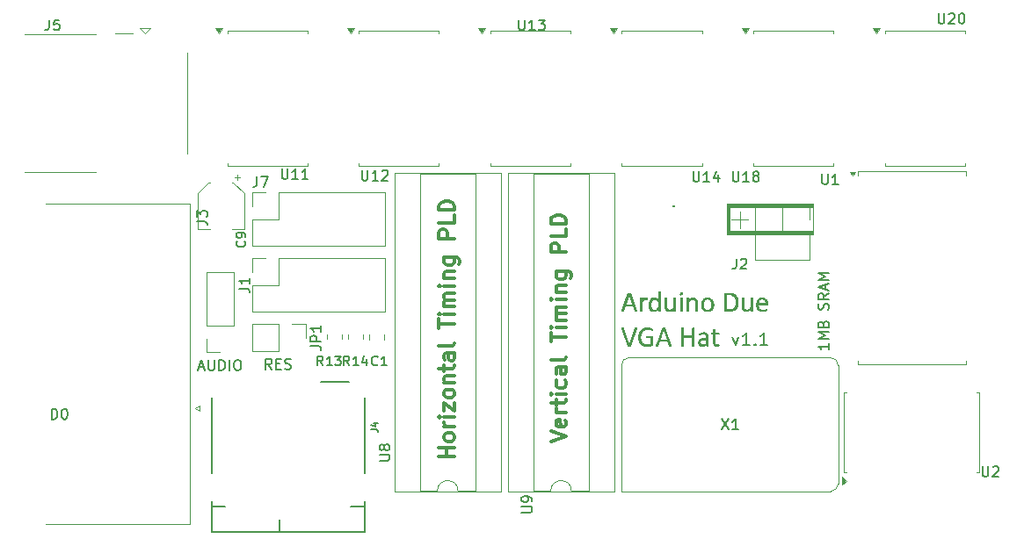
<source format=gbr>
%TF.GenerationSoftware,KiCad,Pcbnew,8.0.4+dfsg-1*%
%TF.CreationDate,2024-12-19T01:54:21-05:00*%
%TF.ProjectId,VGA_SRAM_Shield,5647415f-5352-4414-9d5f-536869656c64,rev?*%
%TF.SameCoordinates,Original*%
%TF.FileFunction,Legend,Top*%
%TF.FilePolarity,Positive*%
%FSLAX46Y46*%
G04 Gerber Fmt 4.6, Leading zero omitted, Abs format (unit mm)*
G04 Created by KiCad (PCBNEW 8.0.4+dfsg-1) date 2024-12-19 01:54:21*
%MOMM*%
%LPD*%
G01*
G04 APERTURE LIST*
%ADD10C,0.100000*%
%ADD11C,0.200000*%
%ADD12C,0.320000*%
%ADD13C,0.300000*%
%ADD14C,0.150000*%
%ADD15C,0.120000*%
G04 APERTURE END LIST*
D10*
X95370000Y-153079200D02*
X95445000Y-153079200D01*
X95445000Y-155329200D01*
X95370000Y-155329200D01*
X95370000Y-153079200D01*
X95420000Y-152754200D02*
X103470000Y-152754200D01*
X103470000Y-152829200D01*
X95420000Y-152829200D01*
X95420000Y-152754200D01*
X95245000Y-152704200D02*
X95320000Y-152704200D01*
X95320000Y-155629200D01*
X95245000Y-155629200D01*
X95245000Y-152704200D01*
X95656400Y-154178000D02*
X97282000Y-154178000D01*
X95320000Y-152704200D02*
X103545000Y-152704200D01*
X103545000Y-155629200D01*
X95320000Y-155629200D01*
X95320000Y-152704200D01*
X95420000Y-152829200D02*
X103470000Y-152829200D01*
X103470000Y-152904200D01*
X95420000Y-152904200D01*
X95420000Y-152829200D01*
X95362500Y-155475000D02*
X103462500Y-155475000D01*
X103462500Y-155550000D01*
X95362500Y-155550000D01*
X95362500Y-155475000D01*
X95337500Y-155350000D02*
X103462500Y-155350000D01*
X103462500Y-155400000D01*
X95337500Y-155400000D01*
X95337500Y-155350000D01*
X36330500Y-136247400D02*
X37956100Y-136247400D01*
X95370000Y-152954200D02*
X103470000Y-152954200D01*
X103470000Y-153029200D01*
X95370000Y-153029200D01*
X95370000Y-152954200D01*
X96520000Y-155041600D02*
X96520000Y-153416000D01*
D11*
X105023219Y-166183197D02*
X105023219Y-166754625D01*
X105023219Y-166468911D02*
X104023219Y-166468911D01*
X104023219Y-166468911D02*
X104166076Y-166564149D01*
X104166076Y-166564149D02*
X104261314Y-166659387D01*
X104261314Y-166659387D02*
X104308933Y-166754625D01*
X105023219Y-165754625D02*
X104023219Y-165754625D01*
X104023219Y-165754625D02*
X104737504Y-165421292D01*
X104737504Y-165421292D02*
X104023219Y-165087959D01*
X104023219Y-165087959D02*
X105023219Y-165087959D01*
X104499409Y-164278435D02*
X104547028Y-164135578D01*
X104547028Y-164135578D02*
X104594647Y-164087959D01*
X104594647Y-164087959D02*
X104689885Y-164040340D01*
X104689885Y-164040340D02*
X104832742Y-164040340D01*
X104832742Y-164040340D02*
X104927980Y-164087959D01*
X104927980Y-164087959D02*
X104975600Y-164135578D01*
X104975600Y-164135578D02*
X105023219Y-164230816D01*
X105023219Y-164230816D02*
X105023219Y-164611768D01*
X105023219Y-164611768D02*
X104023219Y-164611768D01*
X104023219Y-164611768D02*
X104023219Y-164278435D01*
X104023219Y-164278435D02*
X104070838Y-164183197D01*
X104070838Y-164183197D02*
X104118457Y-164135578D01*
X104118457Y-164135578D02*
X104213695Y-164087959D01*
X104213695Y-164087959D02*
X104308933Y-164087959D01*
X104308933Y-164087959D02*
X104404171Y-164135578D01*
X104404171Y-164135578D02*
X104451790Y-164183197D01*
X104451790Y-164183197D02*
X104499409Y-164278435D01*
X104499409Y-164278435D02*
X104499409Y-164611768D01*
X104975600Y-162897482D02*
X105023219Y-162754625D01*
X105023219Y-162754625D02*
X105023219Y-162516530D01*
X105023219Y-162516530D02*
X104975600Y-162421292D01*
X104975600Y-162421292D02*
X104927980Y-162373673D01*
X104927980Y-162373673D02*
X104832742Y-162326054D01*
X104832742Y-162326054D02*
X104737504Y-162326054D01*
X104737504Y-162326054D02*
X104642266Y-162373673D01*
X104642266Y-162373673D02*
X104594647Y-162421292D01*
X104594647Y-162421292D02*
X104547028Y-162516530D01*
X104547028Y-162516530D02*
X104499409Y-162707006D01*
X104499409Y-162707006D02*
X104451790Y-162802244D01*
X104451790Y-162802244D02*
X104404171Y-162849863D01*
X104404171Y-162849863D02*
X104308933Y-162897482D01*
X104308933Y-162897482D02*
X104213695Y-162897482D01*
X104213695Y-162897482D02*
X104118457Y-162849863D01*
X104118457Y-162849863D02*
X104070838Y-162802244D01*
X104070838Y-162802244D02*
X104023219Y-162707006D01*
X104023219Y-162707006D02*
X104023219Y-162468911D01*
X104023219Y-162468911D02*
X104070838Y-162326054D01*
X105023219Y-161326054D02*
X104547028Y-161659387D01*
X105023219Y-161897482D02*
X104023219Y-161897482D01*
X104023219Y-161897482D02*
X104023219Y-161516530D01*
X104023219Y-161516530D02*
X104070838Y-161421292D01*
X104070838Y-161421292D02*
X104118457Y-161373673D01*
X104118457Y-161373673D02*
X104213695Y-161326054D01*
X104213695Y-161326054D02*
X104356552Y-161326054D01*
X104356552Y-161326054D02*
X104451790Y-161373673D01*
X104451790Y-161373673D02*
X104499409Y-161421292D01*
X104499409Y-161421292D02*
X104547028Y-161516530D01*
X104547028Y-161516530D02*
X104547028Y-161897482D01*
X104737504Y-160945101D02*
X104737504Y-160468911D01*
X105023219Y-161040339D02*
X104023219Y-160707006D01*
X104023219Y-160707006D02*
X105023219Y-160373673D01*
X105023219Y-160040339D02*
X104023219Y-160040339D01*
X104023219Y-160040339D02*
X104737504Y-159707006D01*
X104737504Y-159707006D02*
X104023219Y-159373673D01*
X104023219Y-159373673D02*
X105023219Y-159373673D01*
D12*
X68989388Y-177105331D02*
X67489388Y-177105331D01*
X68203674Y-177105331D02*
X68203674Y-176248188D01*
X68989388Y-176248188D02*
X67489388Y-176248188D01*
X68989388Y-175319616D02*
X68917960Y-175462473D01*
X68917960Y-175462473D02*
X68846531Y-175533902D01*
X68846531Y-175533902D02*
X68703674Y-175605330D01*
X68703674Y-175605330D02*
X68275102Y-175605330D01*
X68275102Y-175605330D02*
X68132245Y-175533902D01*
X68132245Y-175533902D02*
X68060817Y-175462473D01*
X68060817Y-175462473D02*
X67989388Y-175319616D01*
X67989388Y-175319616D02*
X67989388Y-175105330D01*
X67989388Y-175105330D02*
X68060817Y-174962473D01*
X68060817Y-174962473D02*
X68132245Y-174891045D01*
X68132245Y-174891045D02*
X68275102Y-174819616D01*
X68275102Y-174819616D02*
X68703674Y-174819616D01*
X68703674Y-174819616D02*
X68846531Y-174891045D01*
X68846531Y-174891045D02*
X68917960Y-174962473D01*
X68917960Y-174962473D02*
X68989388Y-175105330D01*
X68989388Y-175105330D02*
X68989388Y-175319616D01*
X68989388Y-174176759D02*
X67989388Y-174176759D01*
X68275102Y-174176759D02*
X68132245Y-174105330D01*
X68132245Y-174105330D02*
X68060817Y-174033902D01*
X68060817Y-174033902D02*
X67989388Y-173891044D01*
X67989388Y-173891044D02*
X67989388Y-173748187D01*
X68989388Y-173248188D02*
X67989388Y-173248188D01*
X67489388Y-173248188D02*
X67560817Y-173319616D01*
X67560817Y-173319616D02*
X67632245Y-173248188D01*
X67632245Y-173248188D02*
X67560817Y-173176759D01*
X67560817Y-173176759D02*
X67489388Y-173248188D01*
X67489388Y-173248188D02*
X67632245Y-173248188D01*
X67989388Y-172676759D02*
X67989388Y-171891045D01*
X67989388Y-171891045D02*
X68989388Y-172676759D01*
X68989388Y-172676759D02*
X68989388Y-171891045D01*
X68989388Y-171105330D02*
X68917960Y-171248187D01*
X68917960Y-171248187D02*
X68846531Y-171319616D01*
X68846531Y-171319616D02*
X68703674Y-171391044D01*
X68703674Y-171391044D02*
X68275102Y-171391044D01*
X68275102Y-171391044D02*
X68132245Y-171319616D01*
X68132245Y-171319616D02*
X68060817Y-171248187D01*
X68060817Y-171248187D02*
X67989388Y-171105330D01*
X67989388Y-171105330D02*
X67989388Y-170891044D01*
X67989388Y-170891044D02*
X68060817Y-170748187D01*
X68060817Y-170748187D02*
X68132245Y-170676759D01*
X68132245Y-170676759D02*
X68275102Y-170605330D01*
X68275102Y-170605330D02*
X68703674Y-170605330D01*
X68703674Y-170605330D02*
X68846531Y-170676759D01*
X68846531Y-170676759D02*
X68917960Y-170748187D01*
X68917960Y-170748187D02*
X68989388Y-170891044D01*
X68989388Y-170891044D02*
X68989388Y-171105330D01*
X67989388Y-169962473D02*
X68989388Y-169962473D01*
X68132245Y-169962473D02*
X68060817Y-169891044D01*
X68060817Y-169891044D02*
X67989388Y-169748187D01*
X67989388Y-169748187D02*
X67989388Y-169533901D01*
X67989388Y-169533901D02*
X68060817Y-169391044D01*
X68060817Y-169391044D02*
X68203674Y-169319616D01*
X68203674Y-169319616D02*
X68989388Y-169319616D01*
X67989388Y-168819615D02*
X67989388Y-168248187D01*
X67489388Y-168605330D02*
X68775102Y-168605330D01*
X68775102Y-168605330D02*
X68917960Y-168533901D01*
X68917960Y-168533901D02*
X68989388Y-168391044D01*
X68989388Y-168391044D02*
X68989388Y-168248187D01*
X68989388Y-167105330D02*
X68203674Y-167105330D01*
X68203674Y-167105330D02*
X68060817Y-167176758D01*
X68060817Y-167176758D02*
X67989388Y-167319615D01*
X67989388Y-167319615D02*
X67989388Y-167605330D01*
X67989388Y-167605330D02*
X68060817Y-167748187D01*
X68917960Y-167105330D02*
X68989388Y-167248187D01*
X68989388Y-167248187D02*
X68989388Y-167605330D01*
X68989388Y-167605330D02*
X68917960Y-167748187D01*
X68917960Y-167748187D02*
X68775102Y-167819615D01*
X68775102Y-167819615D02*
X68632245Y-167819615D01*
X68632245Y-167819615D02*
X68489388Y-167748187D01*
X68489388Y-167748187D02*
X68417960Y-167605330D01*
X68417960Y-167605330D02*
X68417960Y-167248187D01*
X68417960Y-167248187D02*
X68346531Y-167105330D01*
X68989388Y-166176758D02*
X68917960Y-166319615D01*
X68917960Y-166319615D02*
X68775102Y-166391044D01*
X68775102Y-166391044D02*
X67489388Y-166391044D01*
X67489388Y-164676758D02*
X67489388Y-163819616D01*
X68989388Y-164248187D02*
X67489388Y-164248187D01*
X68989388Y-163319616D02*
X67989388Y-163319616D01*
X67489388Y-163319616D02*
X67560817Y-163391044D01*
X67560817Y-163391044D02*
X67632245Y-163319616D01*
X67632245Y-163319616D02*
X67560817Y-163248187D01*
X67560817Y-163248187D02*
X67489388Y-163319616D01*
X67489388Y-163319616D02*
X67632245Y-163319616D01*
X68989388Y-162605330D02*
X67989388Y-162605330D01*
X68132245Y-162605330D02*
X68060817Y-162533901D01*
X68060817Y-162533901D02*
X67989388Y-162391044D01*
X67989388Y-162391044D02*
X67989388Y-162176758D01*
X67989388Y-162176758D02*
X68060817Y-162033901D01*
X68060817Y-162033901D02*
X68203674Y-161962473D01*
X68203674Y-161962473D02*
X68989388Y-161962473D01*
X68203674Y-161962473D02*
X68060817Y-161891044D01*
X68060817Y-161891044D02*
X67989388Y-161748187D01*
X67989388Y-161748187D02*
X67989388Y-161533901D01*
X67989388Y-161533901D02*
X68060817Y-161391044D01*
X68060817Y-161391044D02*
X68203674Y-161319615D01*
X68203674Y-161319615D02*
X68989388Y-161319615D01*
X68989388Y-160605330D02*
X67989388Y-160605330D01*
X67489388Y-160605330D02*
X67560817Y-160676758D01*
X67560817Y-160676758D02*
X67632245Y-160605330D01*
X67632245Y-160605330D02*
X67560817Y-160533901D01*
X67560817Y-160533901D02*
X67489388Y-160605330D01*
X67489388Y-160605330D02*
X67632245Y-160605330D01*
X67989388Y-159891044D02*
X68989388Y-159891044D01*
X68132245Y-159891044D02*
X68060817Y-159819615D01*
X68060817Y-159819615D02*
X67989388Y-159676758D01*
X67989388Y-159676758D02*
X67989388Y-159462472D01*
X67989388Y-159462472D02*
X68060817Y-159319615D01*
X68060817Y-159319615D02*
X68203674Y-159248187D01*
X68203674Y-159248187D02*
X68989388Y-159248187D01*
X67989388Y-157891044D02*
X69203674Y-157891044D01*
X69203674Y-157891044D02*
X69346531Y-157962472D01*
X69346531Y-157962472D02*
X69417960Y-158033901D01*
X69417960Y-158033901D02*
X69489388Y-158176758D01*
X69489388Y-158176758D02*
X69489388Y-158391044D01*
X69489388Y-158391044D02*
X69417960Y-158533901D01*
X68917960Y-157891044D02*
X68989388Y-158033901D01*
X68989388Y-158033901D02*
X68989388Y-158319615D01*
X68989388Y-158319615D02*
X68917960Y-158462472D01*
X68917960Y-158462472D02*
X68846531Y-158533901D01*
X68846531Y-158533901D02*
X68703674Y-158605329D01*
X68703674Y-158605329D02*
X68275102Y-158605329D01*
X68275102Y-158605329D02*
X68132245Y-158533901D01*
X68132245Y-158533901D02*
X68060817Y-158462472D01*
X68060817Y-158462472D02*
X67989388Y-158319615D01*
X67989388Y-158319615D02*
X67989388Y-158033901D01*
X67989388Y-158033901D02*
X68060817Y-157891044D01*
X68989388Y-156033901D02*
X67489388Y-156033901D01*
X67489388Y-156033901D02*
X67489388Y-155462472D01*
X67489388Y-155462472D02*
X67560817Y-155319615D01*
X67560817Y-155319615D02*
X67632245Y-155248186D01*
X67632245Y-155248186D02*
X67775102Y-155176758D01*
X67775102Y-155176758D02*
X67989388Y-155176758D01*
X67989388Y-155176758D02*
X68132245Y-155248186D01*
X68132245Y-155248186D02*
X68203674Y-155319615D01*
X68203674Y-155319615D02*
X68275102Y-155462472D01*
X68275102Y-155462472D02*
X68275102Y-156033901D01*
X68989388Y-153819615D02*
X68989388Y-154533901D01*
X68989388Y-154533901D02*
X67489388Y-154533901D01*
X68989388Y-153319615D02*
X67489388Y-153319615D01*
X67489388Y-153319615D02*
X67489388Y-152962472D01*
X67489388Y-152962472D02*
X67560817Y-152748186D01*
X67560817Y-152748186D02*
X67703674Y-152605329D01*
X67703674Y-152605329D02*
X67846531Y-152533900D01*
X67846531Y-152533900D02*
X68132245Y-152462472D01*
X68132245Y-152462472D02*
X68346531Y-152462472D01*
X68346531Y-152462472D02*
X68632245Y-152533900D01*
X68632245Y-152533900D02*
X68775102Y-152605329D01*
X68775102Y-152605329D02*
X68917960Y-152748186D01*
X68917960Y-152748186D02*
X68989388Y-152962472D01*
X68989388Y-152962472D02*
X68989388Y-153319615D01*
D11*
X95768421Y-165542742D02*
X96054135Y-166342742D01*
X96054135Y-166342742D02*
X96339850Y-165542742D01*
X97425564Y-166342742D02*
X96739850Y-166342742D01*
X97082707Y-166342742D02*
X97082707Y-165142742D01*
X97082707Y-165142742D02*
X96968421Y-165314171D01*
X96968421Y-165314171D02*
X96854136Y-165428457D01*
X96854136Y-165428457D02*
X96739850Y-165485600D01*
X97939850Y-166228457D02*
X97996993Y-166285600D01*
X97996993Y-166285600D02*
X97939850Y-166342742D01*
X97939850Y-166342742D02*
X97882707Y-166285600D01*
X97882707Y-166285600D02*
X97939850Y-166228457D01*
X97939850Y-166228457D02*
X97939850Y-166342742D01*
X99139850Y-166342742D02*
X98454136Y-166342742D01*
X98796993Y-166342742D02*
X98796993Y-165142742D01*
X98796993Y-165142742D02*
X98682707Y-165314171D01*
X98682707Y-165314171D02*
X98568422Y-165428457D01*
X98568422Y-165428457D02*
X98454136Y-165485600D01*
D13*
G36*
X85899302Y-161289183D02*
G01*
X85950104Y-161297976D01*
X85982833Y-161317515D01*
X86001395Y-161348778D01*
X86597836Y-162988136D01*
X86610537Y-163043824D01*
X86595394Y-163080460D01*
X86551430Y-163097069D01*
X86480111Y-163100000D01*
X86410258Y-163098046D01*
X86366782Y-163090230D01*
X86342358Y-163073133D01*
X86328192Y-163048220D01*
X86179204Y-162631053D01*
X85462595Y-162631053D01*
X85319958Y-163041870D01*
X85306280Y-163068248D01*
X85281367Y-163086810D01*
X85239846Y-163097069D01*
X85174877Y-163100000D01*
X85106001Y-163096092D01*
X85062526Y-163078995D01*
X85048360Y-163042358D01*
X85061549Y-162986671D01*
X85270443Y-162412212D01*
X85532449Y-162412212D01*
X86106420Y-162412212D01*
X85817485Y-161556614D01*
X85532449Y-162412212D01*
X85270443Y-162412212D01*
X85657501Y-161347801D01*
X85675575Y-161317027D01*
X85706838Y-161297976D01*
X85755198Y-161289183D01*
X85825052Y-161286741D01*
X85899302Y-161289183D01*
G37*
G36*
X87584089Y-161886113D02*
G01*
X87582623Y-161939846D01*
X87575785Y-161976482D01*
X87561130Y-162000418D01*
X87534263Y-162010188D01*
X87503000Y-162003349D01*
X87466852Y-161990648D01*
X87423866Y-161979902D01*
X87373063Y-161974528D01*
X87311514Y-161987229D01*
X87246545Y-162031193D01*
X87179671Y-162104624D01*
X87172295Y-162114235D01*
X87115560Y-162195129D01*
X87087787Y-162238311D01*
X87087787Y-163041870D01*
X87079483Y-163069225D01*
X87056036Y-163087299D01*
X87016957Y-163097069D01*
X86958339Y-163100000D01*
X86900697Y-163097069D01*
X86861130Y-163087299D01*
X86837194Y-163069225D01*
X86829867Y-163041870D01*
X86829867Y-161813817D01*
X86836217Y-161787438D01*
X86858199Y-161768387D01*
X86894836Y-161758129D01*
X86948569Y-161755687D01*
X87001325Y-161758129D01*
X87036985Y-161768387D01*
X87058478Y-161786950D01*
X87065806Y-161813817D01*
X87065806Y-161940334D01*
X87128603Y-161861938D01*
X87134193Y-161855826D01*
X87205907Y-161788404D01*
X87221632Y-161776692D01*
X87304675Y-161736147D01*
X87388206Y-161724424D01*
X87430704Y-161726866D01*
X87479553Y-161734682D01*
X87526936Y-161748360D01*
X87559176Y-161764968D01*
X87573831Y-161782554D01*
X87580181Y-161802581D01*
X87583112Y-161833845D01*
X87584089Y-161886113D01*
G37*
G36*
X88786252Y-161165596D02*
G01*
X88825331Y-161175366D01*
X88849755Y-161193928D01*
X88858548Y-161221284D01*
X88858548Y-163041870D01*
X88851221Y-163069713D01*
X88828750Y-163088276D01*
X88793091Y-163097069D01*
X88743754Y-163100000D01*
X88692951Y-163097069D01*
X88657292Y-163088764D01*
X88633356Y-163071667D01*
X88625052Y-163043824D01*
X88625052Y-162929030D01*
X88549439Y-162999354D01*
X88464729Y-163058018D01*
X88444801Y-163069713D01*
X88353620Y-163109564D01*
X88255507Y-163129099D01*
X88207885Y-163131263D01*
X88108738Y-163123500D01*
X88014041Y-163097572D01*
X87968527Y-163076064D01*
X87883369Y-163015485D01*
X87814740Y-162938162D01*
X87806838Y-162926587D01*
X87759434Y-162838538D01*
X87726969Y-162746061D01*
X87717445Y-162707745D01*
X87699418Y-162603647D01*
X87690934Y-162503836D01*
X87689602Y-162443963D01*
X87690498Y-162418073D01*
X87955826Y-162418073D01*
X87959824Y-162517903D01*
X87969993Y-162603698D01*
X87993875Y-162703027D01*
X88018353Y-162762456D01*
X88075297Y-162843770D01*
X88107745Y-162871877D01*
X88202685Y-162909214D01*
X88247941Y-162912421D01*
X88330495Y-162900209D01*
X88412072Y-162858688D01*
X88490184Y-162793559D01*
X88501953Y-162781995D01*
X88568260Y-162708301D01*
X88599162Y-162669155D01*
X88599162Y-162179204D01*
X88534201Y-162101031D01*
X88459976Y-162028930D01*
X88428681Y-162004326D01*
X88339313Y-161956682D01*
X88257711Y-161943265D01*
X88161159Y-161960516D01*
X88118981Y-161983321D01*
X88047872Y-162054781D01*
X88025680Y-162090300D01*
X87987708Y-162180975D01*
X87972435Y-162242707D01*
X87959005Y-162340509D01*
X87955826Y-162418073D01*
X87690498Y-162418073D01*
X87693036Y-162344740D01*
X87704749Y-162242646D01*
X87724773Y-162147941D01*
X87755891Y-162054014D01*
X87800300Y-161964353D01*
X87828820Y-161921284D01*
X87895966Y-161846778D01*
X87976015Y-161789102D01*
X88001256Y-161775715D01*
X88097333Y-161740653D01*
X88197096Y-161725676D01*
X88238171Y-161724424D01*
X88339558Y-161735264D01*
X88432144Y-161767786D01*
X88443824Y-161773761D01*
X88529064Y-161827372D01*
X88599162Y-161889532D01*
X88599162Y-161220795D01*
X88606489Y-161193928D01*
X88630914Y-161174877D01*
X88670481Y-161165596D01*
X88727634Y-161161688D01*
X88786252Y-161165596D01*
G37*
G36*
X90329867Y-163041870D02*
G01*
X90322540Y-163069225D01*
X90299581Y-163087299D01*
X90262456Y-163097069D01*
X90211165Y-163100000D01*
X90156943Y-163097069D01*
X90120307Y-163087299D01*
X90098813Y-163068736D01*
X90092463Y-163041870D01*
X90092463Y-162921702D01*
X90022783Y-162991705D01*
X89938367Y-163054109D01*
X89905861Y-163073133D01*
X89812456Y-163112870D01*
X89710925Y-163130752D01*
X89690439Y-163131263D01*
X89586789Y-163123035D01*
X89492335Y-163095958D01*
X89475505Y-163088276D01*
X89391457Y-163033917D01*
X89332868Y-162971528D01*
X89283942Y-162886677D01*
X89255198Y-162801046D01*
X89238719Y-162701219D01*
X89232598Y-162600637D01*
X89232240Y-162567062D01*
X89232240Y-161813817D01*
X89239567Y-161787438D01*
X89263991Y-161767899D01*
X89304535Y-161758129D01*
X89361688Y-161755687D01*
X89419330Y-161758129D01*
X89458897Y-161767899D01*
X89483321Y-161786461D01*
X89491625Y-161814305D01*
X89491625Y-162542149D01*
X89495899Y-162644063D01*
X89506769Y-162713607D01*
X89543580Y-162806858D01*
X89552686Y-162821074D01*
X89626035Y-162886970D01*
X89628890Y-162888485D01*
X89725355Y-162912211D01*
X89736845Y-162912421D01*
X89832494Y-162890206D01*
X89898534Y-162849406D01*
X89971597Y-162783423D01*
X90036901Y-162709600D01*
X90070481Y-162666713D01*
X90070481Y-161813817D01*
X90077808Y-161786950D01*
X90102233Y-161767899D01*
X90142288Y-161758129D01*
X90199930Y-161755687D01*
X90257571Y-161758129D01*
X90296650Y-161767899D01*
X90320586Y-161785973D01*
X90329867Y-161813817D01*
X90329867Y-163041870D01*
G37*
G36*
X90968318Y-163041870D02*
G01*
X90960013Y-163069225D01*
X90936566Y-163087299D01*
X90897487Y-163097069D01*
X90838869Y-163100000D01*
X90781228Y-163097069D01*
X90741660Y-163087299D01*
X90717725Y-163069225D01*
X90710397Y-163041870D01*
X90710397Y-161813817D01*
X90717725Y-161787927D01*
X90741172Y-161768876D01*
X90781228Y-161758618D01*
X90838869Y-161755687D01*
X90897487Y-161758618D01*
X90937055Y-161768876D01*
X90960502Y-161787438D01*
X90968318Y-161813817D01*
X90968318Y-163041870D01*
G37*
G36*
X90994696Y-161379064D02*
G01*
X90978072Y-161475680D01*
X90959525Y-161502651D01*
X90863440Y-161536010D01*
X90837404Y-161536845D01*
X90740566Y-161519433D01*
X90717236Y-161503140D01*
X90683877Y-161408008D01*
X90683042Y-161381995D01*
X90699435Y-161285611D01*
X90717725Y-161258897D01*
X90814286Y-161225061D01*
X90840334Y-161224214D01*
X90937172Y-161241627D01*
X90960502Y-161257920D01*
X90993861Y-161353052D01*
X90994696Y-161379064D01*
G37*
G36*
X92447452Y-163041870D02*
G01*
X92439148Y-163069225D01*
X92415701Y-163087299D01*
X92376622Y-163097069D01*
X92318981Y-163100000D01*
X92259874Y-163097069D01*
X92220795Y-163087299D01*
X92197348Y-163069225D01*
X92189532Y-163041381D01*
X92189532Y-162309630D01*
X92184982Y-162209897D01*
X92173412Y-162141591D01*
X92136472Y-162048468D01*
X92127494Y-162034124D01*
X92054204Y-161968169D01*
X92051290Y-161966713D01*
X91954341Y-161943471D01*
X91942847Y-161943265D01*
X91846445Y-161964103D01*
X91779692Y-162002372D01*
X91701361Y-162069133D01*
X91631216Y-162146094D01*
X91609211Y-162173342D01*
X91609211Y-163041381D01*
X91600907Y-163069225D01*
X91577459Y-163087299D01*
X91538381Y-163097069D01*
X91479762Y-163100000D01*
X91422121Y-163097069D01*
X91382554Y-163087299D01*
X91358618Y-163069225D01*
X91351290Y-163041870D01*
X91351290Y-161813817D01*
X91357641Y-161787438D01*
X91379623Y-161768387D01*
X91416259Y-161758129D01*
X91469993Y-161755687D01*
X91522749Y-161758129D01*
X91558408Y-161768387D01*
X91579902Y-161786950D01*
X91587229Y-161813817D01*
X91587229Y-161933496D01*
X91661467Y-161859498D01*
X91746552Y-161798216D01*
X91772854Y-161783042D01*
X91866927Y-161742971D01*
X91968758Y-161724939D01*
X91989253Y-161724424D01*
X92093144Y-161732839D01*
X92187440Y-161760531D01*
X92204187Y-161768387D01*
X92288097Y-161822990D01*
X92346336Y-161885136D01*
X92397839Y-161974591D01*
X92424005Y-162054640D01*
X92440835Y-162153580D01*
X92447086Y-162252698D01*
X92447452Y-162285694D01*
X92447452Y-163041870D01*
G37*
G36*
X93484591Y-161730023D02*
G01*
X93585525Y-161748902D01*
X93654012Y-161771807D01*
X93742420Y-161817084D01*
X93823204Y-161881892D01*
X93848429Y-161909071D01*
X93905402Y-161988705D01*
X93949315Y-162080753D01*
X93965177Y-162127424D01*
X93988693Y-162227579D01*
X94000715Y-162327353D01*
X94003768Y-162414654D01*
X93998977Y-162518621D01*
X93984604Y-162616931D01*
X93963224Y-162701395D01*
X93927045Y-162794933D01*
X93874829Y-162884947D01*
X93841102Y-162928541D01*
X93768446Y-162999083D01*
X93682245Y-163055919D01*
X93637892Y-163077529D01*
X93541241Y-163110273D01*
X93443109Y-163127012D01*
X93356036Y-163131263D01*
X93253801Y-163125721D01*
X93152673Y-163107037D01*
X93083949Y-163084368D01*
X92995777Y-163038775D01*
X92914886Y-162973806D01*
X92889532Y-162946615D01*
X92829145Y-162860435D01*
X92786634Y-162767686D01*
X92773761Y-162728750D01*
X92750840Y-162628092D01*
X92739123Y-162527614D01*
X92736147Y-162439567D01*
X92736806Y-162424912D01*
X93005303Y-162424912D01*
X93009822Y-162524197D01*
X93023377Y-162616887D01*
X93053106Y-162714195D01*
X93082972Y-162771249D01*
X93149250Y-162844949D01*
X93193370Y-162874319D01*
X93288140Y-162906133D01*
X93367271Y-162912421D01*
X93466241Y-162901447D01*
X93531891Y-162877739D01*
X93612203Y-162819585D01*
X93645708Y-162779553D01*
X93692725Y-162690671D01*
X93712142Y-162627634D01*
X93728913Y-162527553D01*
X93733635Y-162430774D01*
X93729117Y-162332711D01*
X93715561Y-162240753D01*
X93686005Y-162142865D01*
X93656454Y-162085415D01*
X93590828Y-162010852D01*
X93546545Y-161981367D01*
X93452183Y-161949554D01*
X93373133Y-161943265D01*
X93273133Y-161954394D01*
X93207536Y-161978436D01*
X93127875Y-162036580D01*
X93094207Y-162077110D01*
X93047229Y-162166603D01*
X93027285Y-162230006D01*
X93010133Y-162329293D01*
X93005303Y-162424912D01*
X92736806Y-162424912D01*
X92740823Y-162335600D01*
X92754849Y-162237290D01*
X92775715Y-162152826D01*
X92811527Y-162059357D01*
X92863346Y-161969572D01*
X92896859Y-161926168D01*
X92969671Y-161855472D01*
X93055543Y-161798964D01*
X93099581Y-161777669D01*
X93196141Y-161745223D01*
X93294671Y-161728636D01*
X93382414Y-161724424D01*
X93484591Y-161730023D01*
G37*
G36*
X95562105Y-161289662D02*
G01*
X95666595Y-161300157D01*
X95773490Y-161321087D01*
X95859036Y-161347801D01*
X95955551Y-161391212D01*
X96041761Y-161445117D01*
X96117667Y-161509517D01*
X96131612Y-161523656D01*
X96195363Y-161600077D01*
X96248619Y-161685849D01*
X96291381Y-161780970D01*
X96298674Y-161801116D01*
X96326065Y-161895823D01*
X96344492Y-161996943D01*
X96353955Y-162104479D01*
X96355338Y-162166992D01*
X96352463Y-162266579D01*
X96342136Y-162373580D01*
X96324299Y-162473315D01*
X96295254Y-162576831D01*
X96257014Y-162671036D01*
X96204101Y-162764649D01*
X96140216Y-162846623D01*
X96118911Y-162868946D01*
X96041450Y-162935884D01*
X95953780Y-162991372D01*
X95855901Y-163035413D01*
X95835101Y-163042847D01*
X95735869Y-163070474D01*
X95639294Y-163087442D01*
X95534842Y-163097265D01*
X95436985Y-163100000D01*
X95060851Y-163100000D01*
X94990509Y-163075087D01*
X94957292Y-162988136D01*
X94957292Y-162881158D01*
X95224982Y-162881158D01*
X95452616Y-162881158D01*
X95551783Y-162877055D01*
X95648744Y-162863066D01*
X95733007Y-162839148D01*
X95825304Y-162793881D01*
X95903015Y-162731597D01*
X95922540Y-162710676D01*
X95981925Y-162625993D01*
X96024008Y-162531954D01*
X96036845Y-162491835D01*
X96058816Y-162394936D01*
X96070876Y-162296628D01*
X96075398Y-162188589D01*
X96075436Y-162177250D01*
X96070490Y-162071760D01*
X96055652Y-161972178D01*
X96040265Y-161909071D01*
X96005555Y-161813984D01*
X95953569Y-161724385D01*
X95931332Y-161695603D01*
X95859124Y-161624864D01*
X95771582Y-161569085D01*
X95743754Y-161555896D01*
X95649278Y-161525236D01*
X95546019Y-161509562D01*
X95449685Y-161505582D01*
X95224982Y-161505582D01*
X95224982Y-162881158D01*
X94957292Y-162881158D01*
X94957292Y-161398604D01*
X94990509Y-161312142D01*
X95060851Y-161286741D01*
X95463363Y-161286741D01*
X95562105Y-161289662D01*
G37*
G36*
X97743126Y-163041870D02*
G01*
X97735799Y-163069225D01*
X97712840Y-163087299D01*
X97675715Y-163097069D01*
X97624424Y-163100000D01*
X97570202Y-163097069D01*
X97533565Y-163087299D01*
X97512072Y-163068736D01*
X97505722Y-163041870D01*
X97505722Y-162921702D01*
X97436042Y-162991705D01*
X97351626Y-163054109D01*
X97319120Y-163073133D01*
X97225715Y-163112870D01*
X97124184Y-163130752D01*
X97103698Y-163131263D01*
X97000047Y-163123035D01*
X96905594Y-163095958D01*
X96888764Y-163088276D01*
X96804716Y-163033917D01*
X96746127Y-162971528D01*
X96697201Y-162886677D01*
X96668457Y-162801046D01*
X96651978Y-162701219D01*
X96645857Y-162600637D01*
X96645498Y-162567062D01*
X96645498Y-161813817D01*
X96652826Y-161787438D01*
X96677250Y-161767899D01*
X96717794Y-161758129D01*
X96774947Y-161755687D01*
X96832588Y-161758129D01*
X96872156Y-161767899D01*
X96896580Y-161786461D01*
X96904884Y-161814305D01*
X96904884Y-162542149D01*
X96909158Y-162644063D01*
X96920027Y-162713607D01*
X96956838Y-162806858D01*
X96965945Y-162821074D01*
X97039294Y-162886970D01*
X97042149Y-162888485D01*
X97138614Y-162912211D01*
X97150104Y-162912421D01*
X97245753Y-162890206D01*
X97311793Y-162849406D01*
X97384856Y-162783423D01*
X97450160Y-162709600D01*
X97483740Y-162666713D01*
X97483740Y-161813817D01*
X97491067Y-161786950D01*
X97515491Y-161767899D01*
X97555547Y-161758129D01*
X97613189Y-161755687D01*
X97670830Y-161758129D01*
X97709909Y-161767899D01*
X97733845Y-161785973D01*
X97743126Y-161813817D01*
X97743126Y-163041870D01*
G37*
G36*
X98756360Y-161731156D02*
G01*
X98856991Y-161753642D01*
X98905233Y-161772295D01*
X98990358Y-161820541D01*
X99065584Y-161886343D01*
X99078646Y-161901256D01*
X99134359Y-161982829D01*
X99174187Y-162076424D01*
X99178297Y-162089811D01*
X99200002Y-162187077D01*
X99209552Y-162289953D01*
X99210048Y-162320376D01*
X99210048Y-162360921D01*
X99178297Y-162448360D01*
X99106489Y-162474738D01*
X98311723Y-162474738D01*
X98318060Y-162573845D01*
X98331751Y-162648150D01*
X98366708Y-162743023D01*
X98397208Y-162790788D01*
X98473505Y-162858689D01*
X98516887Y-162881158D01*
X98616533Y-162907261D01*
X98698604Y-162912421D01*
X98799049Y-162906887D01*
X98851988Y-162898255D01*
X98949600Y-162872978D01*
X98968736Y-162866503D01*
X99051290Y-162833775D01*
X99105024Y-162818632D01*
X99130914Y-162825959D01*
X99148011Y-162846475D01*
X99155338Y-162878715D01*
X99157780Y-162923656D01*
X99156315Y-162957362D01*
X99152407Y-162983251D01*
X99144103Y-163005722D01*
X99128960Y-163025261D01*
X99080600Y-163053105D01*
X98985660Y-163086748D01*
X98981926Y-163087787D01*
X98885966Y-163109896D01*
X98843196Y-163117585D01*
X98746015Y-163129005D01*
X98675157Y-163131263D01*
X98572806Y-163126010D01*
X98471289Y-163108299D01*
X98402093Y-163086810D01*
X98312804Y-163043598D01*
X98229991Y-162981194D01*
X98203768Y-162954919D01*
X98144810Y-162876781D01*
X98098913Y-162784453D01*
X98082135Y-162737055D01*
X98057428Y-162633099D01*
X98044798Y-162527668D01*
X98041591Y-162434193D01*
X98045693Y-162335065D01*
X98056576Y-162255896D01*
X98312212Y-162255896D01*
X98951151Y-162255896D01*
X98940621Y-162151488D01*
X98898626Y-162058523D01*
X98875924Y-162030216D01*
X98792242Y-161970777D01*
X98696850Y-161946322D01*
X98640963Y-161943265D01*
X98539835Y-161955964D01*
X98500279Y-161970132D01*
X98415542Y-162025722D01*
X98399651Y-162041939D01*
X98345698Y-162124965D01*
X98336636Y-162146964D01*
X98313128Y-162243402D01*
X98312212Y-162255896D01*
X98056576Y-162255896D01*
X98059683Y-162233297D01*
X98083600Y-162139148D01*
X98120695Y-162046092D01*
X98172663Y-161957683D01*
X98205722Y-161915422D01*
X98281750Y-161842866D01*
X98370494Y-161786767D01*
X98398185Y-161773761D01*
X98494302Y-161741817D01*
X98590896Y-161726785D01*
X98650732Y-161724424D01*
X98756360Y-161731156D01*
G37*
G36*
X85985275Y-166400404D02*
G01*
X85965736Y-166431179D01*
X85933984Y-166449741D01*
X85886113Y-166458046D01*
X85818213Y-166460000D01*
X85763991Y-166459511D01*
X85723447Y-166455603D01*
X85692672Y-166448764D01*
X85668736Y-166438018D01*
X85652128Y-166421409D01*
X85641381Y-166399427D01*
X85060083Y-164759092D01*
X85047383Y-164703405D01*
X85063991Y-164666280D01*
X85110886Y-164649672D01*
X85188555Y-164646741D01*
X85252058Y-164649183D01*
X85292114Y-164657976D01*
X85315561Y-164676538D01*
X85329727Y-164703405D01*
X85826029Y-166193286D01*
X85825052Y-166193286D01*
X86307187Y-164707313D01*
X86318911Y-164678004D01*
X86343824Y-164657976D01*
X86387299Y-164648695D01*
X86455687Y-164646741D01*
X86527006Y-164650648D01*
X86568527Y-164668722D01*
X86579274Y-164705847D01*
X86565108Y-164760558D01*
X85985275Y-166400404D01*
G37*
G36*
X88156594Y-164875352D02*
G01*
X88153663Y-164922247D01*
X88143405Y-164959371D01*
X88124354Y-164982819D01*
X88098464Y-164990635D01*
X88037404Y-164965233D01*
X87949461Y-164918163D01*
X87933845Y-164911011D01*
X87839768Y-164875288D01*
X87781926Y-164858255D01*
X87685450Y-164840303D01*
X87587008Y-164834413D01*
X87571877Y-164834319D01*
X87468356Y-164841738D01*
X87373216Y-164863995D01*
X87314445Y-164887076D01*
X87228009Y-164936712D01*
X87152859Y-164999893D01*
X87121981Y-165033621D01*
X87063731Y-165115710D01*
X87017573Y-165209570D01*
X87000348Y-165256859D01*
X86974749Y-165357106D01*
X86961662Y-165454550D01*
X86958339Y-165538227D01*
X86962870Y-165640656D01*
X86978324Y-165744513D01*
X87004745Y-165839134D01*
X87044495Y-165931481D01*
X87098721Y-166018345D01*
X87132728Y-166059441D01*
X87210092Y-166129432D01*
X87299424Y-166182967D01*
X87327145Y-166195240D01*
X87422617Y-166224970D01*
X87525667Y-166239544D01*
X87575785Y-166241158D01*
X87677298Y-166233716D01*
X87738939Y-166222107D01*
X87834728Y-166191958D01*
X87884508Y-166168374D01*
X87884508Y-165678422D01*
X87488346Y-165678422D01*
X87440474Y-165650090D01*
X87425819Y-165569490D01*
X87428750Y-165523572D01*
X87439497Y-165489378D01*
X87459036Y-165467397D01*
X87488346Y-165459581D01*
X88052547Y-165459581D01*
X88088206Y-165466420D01*
X88120935Y-165485959D01*
X88143893Y-165521618D01*
X88152198Y-165571444D01*
X88152198Y-166250928D01*
X88137543Y-166320781D01*
X88080879Y-166372561D01*
X87990051Y-166411563D01*
X87974389Y-166417501D01*
X87880130Y-166447926D01*
X87842009Y-166458046D01*
X87743394Y-166477630D01*
X87704256Y-166482958D01*
X87605049Y-166490606D01*
X87566503Y-166491263D01*
X87464715Y-166487172D01*
X87356772Y-166472789D01*
X87255784Y-166448051D01*
X87192323Y-166425806D01*
X87103469Y-166384306D01*
X87014167Y-166327863D01*
X86934788Y-166260544D01*
X86912909Y-166238227D01*
X86846764Y-166157579D01*
X86791208Y-166067677D01*
X86750262Y-165978852D01*
X86738520Y-165947578D01*
X86709476Y-165849179D01*
X86689937Y-165744675D01*
X86680549Y-165646657D01*
X86678436Y-165569979D01*
X86682497Y-165464313D01*
X86694678Y-165363715D01*
X86718090Y-165256601D01*
X86743405Y-165177725D01*
X86784162Y-165082627D01*
X86833342Y-164995722D01*
X86897866Y-164908767D01*
X86926587Y-164876817D01*
X87005146Y-164804451D01*
X87093054Y-164743056D01*
X87180166Y-164697182D01*
X87210886Y-164683866D01*
X87307052Y-164650807D01*
X87408705Y-164628567D01*
X87515845Y-164617147D01*
X87577739Y-164615478D01*
X87677634Y-164619508D01*
X87771179Y-164631598D01*
X87866903Y-164651433D01*
X87932379Y-164669211D01*
X88025802Y-164704199D01*
X88051570Y-164717083D01*
X88120446Y-164761046D01*
X88148778Y-164804521D01*
X88156594Y-164875352D01*
G37*
G36*
X89219050Y-164649183D02*
G01*
X89269853Y-164657976D01*
X89302581Y-164677515D01*
X89321144Y-164708778D01*
X89917585Y-166348136D01*
X89930286Y-166403824D01*
X89915143Y-166440460D01*
X89871179Y-166457069D01*
X89799860Y-166460000D01*
X89730006Y-166458046D01*
X89686531Y-166450230D01*
X89662107Y-166433133D01*
X89647941Y-166408220D01*
X89498953Y-165991053D01*
X88782344Y-165991053D01*
X88639706Y-166401870D01*
X88626029Y-166428248D01*
X88601116Y-166446810D01*
X88559595Y-166457069D01*
X88494626Y-166460000D01*
X88425750Y-166456092D01*
X88382274Y-166438995D01*
X88368108Y-166402358D01*
X88381297Y-166346671D01*
X88590191Y-165772212D01*
X88852198Y-165772212D01*
X89426168Y-165772212D01*
X89137233Y-164916616D01*
X88852198Y-165772212D01*
X88590191Y-165772212D01*
X88977250Y-164707801D01*
X88995324Y-164677027D01*
X89026587Y-164657976D01*
X89074947Y-164649183D01*
X89144801Y-164646741D01*
X89219050Y-164649183D01*
G37*
G36*
X92120655Y-166400893D02*
G01*
X92111863Y-166428736D01*
X92086950Y-166446810D01*
X92045917Y-166456580D01*
X91988276Y-166460000D01*
X91928192Y-166456580D01*
X91888136Y-166447299D01*
X91862735Y-166429225D01*
X91854431Y-166401381D01*
X91854431Y-165647159D01*
X91076762Y-165647159D01*
X91076762Y-166401381D01*
X91067969Y-166429225D01*
X91043056Y-166447299D01*
X91002023Y-166456580D01*
X90942916Y-166460000D01*
X90883810Y-166456580D01*
X90842777Y-166446810D01*
X90817376Y-166428736D01*
X90809071Y-166400893D01*
X90809071Y-164705847D01*
X90817376Y-164678004D01*
X90842777Y-164659930D01*
X90883810Y-164650648D01*
X90942916Y-164646741D01*
X91002023Y-164650648D01*
X91043056Y-164659930D01*
X91067969Y-164678004D01*
X91076762Y-164705847D01*
X91076762Y-165397055D01*
X91854431Y-165397055D01*
X91854431Y-164705847D01*
X91862735Y-164678004D01*
X91888136Y-164659930D01*
X91928192Y-164650648D01*
X91988276Y-164646741D01*
X92045917Y-164650648D01*
X92086950Y-164659930D01*
X92111863Y-164678004D01*
X92120655Y-164705847D01*
X92120655Y-166400893D01*
G37*
G36*
X93089082Y-165089583D02*
G01*
X93186267Y-165106680D01*
X93217306Y-165115687D01*
X93309350Y-165157451D01*
X93373621Y-165208499D01*
X93433668Y-165291169D01*
X93461060Y-165359441D01*
X93481577Y-165456039D01*
X93488389Y-165559687D01*
X93488415Y-165567048D01*
X93488415Y-166402847D01*
X93472784Y-166438995D01*
X93435659Y-166455603D01*
X93375575Y-166460000D01*
X93313538Y-166455603D01*
X93275924Y-166438995D01*
X93262247Y-166402847D01*
X93262247Y-166318827D01*
X93184760Y-166385185D01*
X93103977Y-166435087D01*
X93011787Y-166473488D01*
X92914735Y-166490385D01*
X92886113Y-166491263D01*
X92785196Y-166483542D01*
X92704396Y-166463907D01*
X92611584Y-166420592D01*
X92564689Y-166385261D01*
X92499543Y-166306772D01*
X92474319Y-166257766D01*
X92447400Y-166161202D01*
X92442079Y-166086796D01*
X92442565Y-166081912D01*
X92705373Y-166081912D01*
X92727317Y-166177281D01*
X92761549Y-166221130D01*
X92850468Y-166265208D01*
X92921772Y-166272421D01*
X93018572Y-166257439D01*
X93080041Y-166229923D01*
X93159654Y-166172393D01*
X93231960Y-166101939D01*
X93231960Y-165866001D01*
X93053663Y-165866001D01*
X92953972Y-165871339D01*
X92895882Y-165881144D01*
X92803728Y-165913987D01*
X92786950Y-165924131D01*
X92724912Y-165991542D01*
X92705373Y-166081912D01*
X92442565Y-166081912D01*
X92451846Y-165988608D01*
X92486531Y-165892379D01*
X92544515Y-165812280D01*
X92613538Y-165755115D01*
X92704762Y-165707487D01*
X92798809Y-165677434D01*
X92813328Y-165674026D01*
X92913656Y-165656631D01*
X93014566Y-165648445D01*
X93077110Y-165647159D01*
X93231960Y-165647159D01*
X93231960Y-165569490D01*
X93222286Y-165471705D01*
X93217306Y-165452254D01*
X93171877Y-165369699D01*
X93090788Y-165320362D01*
X92992259Y-165303866D01*
X92964759Y-165303265D01*
X92864841Y-165311470D01*
X92818213Y-165322316D01*
X92722958Y-165355854D01*
X92703907Y-165364326D01*
X92619399Y-165407801D01*
X92563712Y-165428318D01*
X92536357Y-165420990D01*
X92516329Y-165400474D01*
X92505582Y-165368722D01*
X92502651Y-165329155D01*
X92508025Y-165272979D01*
X92534891Y-165231458D01*
X92602302Y-165185540D01*
X92690350Y-165143204D01*
X92708792Y-165136203D01*
X92805696Y-165106894D01*
X92840683Y-165099078D01*
X92939880Y-165085855D01*
X92985275Y-165084424D01*
X93089082Y-165089583D01*
G37*
G36*
X94515212Y-166332016D02*
G01*
X94508862Y-166398450D01*
X94488834Y-166437041D01*
X94451221Y-166460488D01*
X94397976Y-166477096D01*
X94336427Y-166487355D01*
X94271458Y-166491263D01*
X94173818Y-166483680D01*
X94100488Y-166464396D01*
X94013759Y-166414063D01*
X93982274Y-166382330D01*
X93932306Y-166298101D01*
X93914863Y-166244577D01*
X93898274Y-166142499D01*
X93894347Y-166051137D01*
X93894347Y-165334528D01*
X93737055Y-165334528D01*
X93691625Y-165306685D01*
X93675994Y-165225596D01*
X93679413Y-165178702D01*
X93690648Y-165144508D01*
X93710676Y-165123014D01*
X93738520Y-165115687D01*
X93894347Y-165115687D01*
X93894347Y-164832365D01*
X93901186Y-164806475D01*
X93924633Y-164785959D01*
X93964689Y-164774724D01*
X94022819Y-164771793D01*
X94081437Y-164774724D01*
X94121004Y-164785471D01*
X94144452Y-164805987D01*
X94152267Y-164832365D01*
X94152267Y-165115687D01*
X94454152Y-165115687D01*
X94481507Y-165123014D01*
X94501046Y-165144508D01*
X94512281Y-165179190D01*
X94515212Y-165225596D01*
X94499581Y-165306685D01*
X94454152Y-165334528D01*
X94152267Y-165334528D01*
X94152267Y-166023782D01*
X94158906Y-166122290D01*
X94186950Y-166211849D01*
X94269199Y-166268635D01*
X94310048Y-166272421D01*
X94362805Y-166266559D01*
X94404815Y-166254347D01*
X94438520Y-166240669D01*
X94467829Y-166233831D01*
X94489323Y-166240181D01*
X94504466Y-166259232D01*
X94512281Y-166289518D01*
X94515212Y-166332016D01*
G37*
D12*
X78258988Y-175646616D02*
X79758988Y-175146616D01*
X79758988Y-175146616D02*
X78258988Y-174646616D01*
X79687560Y-173575188D02*
X79758988Y-173718045D01*
X79758988Y-173718045D02*
X79758988Y-174003760D01*
X79758988Y-174003760D02*
X79687560Y-174146617D01*
X79687560Y-174146617D02*
X79544702Y-174218045D01*
X79544702Y-174218045D02*
X78973274Y-174218045D01*
X78973274Y-174218045D02*
X78830417Y-174146617D01*
X78830417Y-174146617D02*
X78758988Y-174003760D01*
X78758988Y-174003760D02*
X78758988Y-173718045D01*
X78758988Y-173718045D02*
X78830417Y-173575188D01*
X78830417Y-173575188D02*
X78973274Y-173503760D01*
X78973274Y-173503760D02*
X79116131Y-173503760D01*
X79116131Y-173503760D02*
X79258988Y-174218045D01*
X79758988Y-172860903D02*
X78758988Y-172860903D01*
X79044702Y-172860903D02*
X78901845Y-172789474D01*
X78901845Y-172789474D02*
X78830417Y-172718046D01*
X78830417Y-172718046D02*
X78758988Y-172575188D01*
X78758988Y-172575188D02*
X78758988Y-172432331D01*
X78758988Y-172146617D02*
X78758988Y-171575189D01*
X78258988Y-171932332D02*
X79544702Y-171932332D01*
X79544702Y-171932332D02*
X79687560Y-171860903D01*
X79687560Y-171860903D02*
X79758988Y-171718046D01*
X79758988Y-171718046D02*
X79758988Y-171575189D01*
X79758988Y-171075189D02*
X78758988Y-171075189D01*
X78258988Y-171075189D02*
X78330417Y-171146617D01*
X78330417Y-171146617D02*
X78401845Y-171075189D01*
X78401845Y-171075189D02*
X78330417Y-171003760D01*
X78330417Y-171003760D02*
X78258988Y-171075189D01*
X78258988Y-171075189D02*
X78401845Y-171075189D01*
X79687560Y-169718046D02*
X79758988Y-169860903D01*
X79758988Y-169860903D02*
X79758988Y-170146617D01*
X79758988Y-170146617D02*
X79687560Y-170289474D01*
X79687560Y-170289474D02*
X79616131Y-170360903D01*
X79616131Y-170360903D02*
X79473274Y-170432331D01*
X79473274Y-170432331D02*
X79044702Y-170432331D01*
X79044702Y-170432331D02*
X78901845Y-170360903D01*
X78901845Y-170360903D02*
X78830417Y-170289474D01*
X78830417Y-170289474D02*
X78758988Y-170146617D01*
X78758988Y-170146617D02*
X78758988Y-169860903D01*
X78758988Y-169860903D02*
X78830417Y-169718046D01*
X79758988Y-168432332D02*
X78973274Y-168432332D01*
X78973274Y-168432332D02*
X78830417Y-168503760D01*
X78830417Y-168503760D02*
X78758988Y-168646617D01*
X78758988Y-168646617D02*
X78758988Y-168932332D01*
X78758988Y-168932332D02*
X78830417Y-169075189D01*
X79687560Y-168432332D02*
X79758988Y-168575189D01*
X79758988Y-168575189D02*
X79758988Y-168932332D01*
X79758988Y-168932332D02*
X79687560Y-169075189D01*
X79687560Y-169075189D02*
X79544702Y-169146617D01*
X79544702Y-169146617D02*
X79401845Y-169146617D01*
X79401845Y-169146617D02*
X79258988Y-169075189D01*
X79258988Y-169075189D02*
X79187560Y-168932332D01*
X79187560Y-168932332D02*
X79187560Y-168575189D01*
X79187560Y-168575189D02*
X79116131Y-168432332D01*
X79758988Y-167503760D02*
X79687560Y-167646617D01*
X79687560Y-167646617D02*
X79544702Y-167718046D01*
X79544702Y-167718046D02*
X78258988Y-167718046D01*
X78258988Y-166003760D02*
X78258988Y-165146618D01*
X79758988Y-165575189D02*
X78258988Y-165575189D01*
X79758988Y-164646618D02*
X78758988Y-164646618D01*
X78258988Y-164646618D02*
X78330417Y-164718046D01*
X78330417Y-164718046D02*
X78401845Y-164646618D01*
X78401845Y-164646618D02*
X78330417Y-164575189D01*
X78330417Y-164575189D02*
X78258988Y-164646618D01*
X78258988Y-164646618D02*
X78401845Y-164646618D01*
X79758988Y-163932332D02*
X78758988Y-163932332D01*
X78901845Y-163932332D02*
X78830417Y-163860903D01*
X78830417Y-163860903D02*
X78758988Y-163718046D01*
X78758988Y-163718046D02*
X78758988Y-163503760D01*
X78758988Y-163503760D02*
X78830417Y-163360903D01*
X78830417Y-163360903D02*
X78973274Y-163289475D01*
X78973274Y-163289475D02*
X79758988Y-163289475D01*
X78973274Y-163289475D02*
X78830417Y-163218046D01*
X78830417Y-163218046D02*
X78758988Y-163075189D01*
X78758988Y-163075189D02*
X78758988Y-162860903D01*
X78758988Y-162860903D02*
X78830417Y-162718046D01*
X78830417Y-162718046D02*
X78973274Y-162646617D01*
X78973274Y-162646617D02*
X79758988Y-162646617D01*
X79758988Y-161932332D02*
X78758988Y-161932332D01*
X78258988Y-161932332D02*
X78330417Y-162003760D01*
X78330417Y-162003760D02*
X78401845Y-161932332D01*
X78401845Y-161932332D02*
X78330417Y-161860903D01*
X78330417Y-161860903D02*
X78258988Y-161932332D01*
X78258988Y-161932332D02*
X78401845Y-161932332D01*
X78758988Y-161218046D02*
X79758988Y-161218046D01*
X78901845Y-161218046D02*
X78830417Y-161146617D01*
X78830417Y-161146617D02*
X78758988Y-161003760D01*
X78758988Y-161003760D02*
X78758988Y-160789474D01*
X78758988Y-160789474D02*
X78830417Y-160646617D01*
X78830417Y-160646617D02*
X78973274Y-160575189D01*
X78973274Y-160575189D02*
X79758988Y-160575189D01*
X78758988Y-159218046D02*
X79973274Y-159218046D01*
X79973274Y-159218046D02*
X80116131Y-159289474D01*
X80116131Y-159289474D02*
X80187560Y-159360903D01*
X80187560Y-159360903D02*
X80258988Y-159503760D01*
X80258988Y-159503760D02*
X80258988Y-159718046D01*
X80258988Y-159718046D02*
X80187560Y-159860903D01*
X79687560Y-159218046D02*
X79758988Y-159360903D01*
X79758988Y-159360903D02*
X79758988Y-159646617D01*
X79758988Y-159646617D02*
X79687560Y-159789474D01*
X79687560Y-159789474D02*
X79616131Y-159860903D01*
X79616131Y-159860903D02*
X79473274Y-159932331D01*
X79473274Y-159932331D02*
X79044702Y-159932331D01*
X79044702Y-159932331D02*
X78901845Y-159860903D01*
X78901845Y-159860903D02*
X78830417Y-159789474D01*
X78830417Y-159789474D02*
X78758988Y-159646617D01*
X78758988Y-159646617D02*
X78758988Y-159360903D01*
X78758988Y-159360903D02*
X78830417Y-159218046D01*
X79758988Y-157360903D02*
X78258988Y-157360903D01*
X78258988Y-157360903D02*
X78258988Y-156789474D01*
X78258988Y-156789474D02*
X78330417Y-156646617D01*
X78330417Y-156646617D02*
X78401845Y-156575188D01*
X78401845Y-156575188D02*
X78544702Y-156503760D01*
X78544702Y-156503760D02*
X78758988Y-156503760D01*
X78758988Y-156503760D02*
X78901845Y-156575188D01*
X78901845Y-156575188D02*
X78973274Y-156646617D01*
X78973274Y-156646617D02*
X79044702Y-156789474D01*
X79044702Y-156789474D02*
X79044702Y-157360903D01*
X79758988Y-155146617D02*
X79758988Y-155860903D01*
X79758988Y-155860903D02*
X78258988Y-155860903D01*
X79758988Y-154646617D02*
X78258988Y-154646617D01*
X78258988Y-154646617D02*
X78258988Y-154289474D01*
X78258988Y-154289474D02*
X78330417Y-154075188D01*
X78330417Y-154075188D02*
X78473274Y-153932331D01*
X78473274Y-153932331D02*
X78616131Y-153860902D01*
X78616131Y-153860902D02*
X78901845Y-153789474D01*
X78901845Y-153789474D02*
X79116131Y-153789474D01*
X79116131Y-153789474D02*
X79401845Y-153860902D01*
X79401845Y-153860902D02*
X79544702Y-153932331D01*
X79544702Y-153932331D02*
X79687560Y-154075188D01*
X79687560Y-154075188D02*
X79758988Y-154289474D01*
X79758988Y-154289474D02*
X79758988Y-154646617D01*
D14*
X30173705Y-173479619D02*
X30173705Y-172479619D01*
X30173705Y-172479619D02*
X30411800Y-172479619D01*
X30411800Y-172479619D02*
X30554657Y-172527238D01*
X30554657Y-172527238D02*
X30649895Y-172622476D01*
X30649895Y-172622476D02*
X30697514Y-172717714D01*
X30697514Y-172717714D02*
X30745133Y-172908190D01*
X30745133Y-172908190D02*
X30745133Y-173051047D01*
X30745133Y-173051047D02*
X30697514Y-173241523D01*
X30697514Y-173241523D02*
X30649895Y-173336761D01*
X30649895Y-173336761D02*
X30554657Y-173432000D01*
X30554657Y-173432000D02*
X30411800Y-173479619D01*
X30411800Y-173479619D02*
X30173705Y-173479619D01*
X31364181Y-172479619D02*
X31459419Y-172479619D01*
X31459419Y-172479619D02*
X31554657Y-172527238D01*
X31554657Y-172527238D02*
X31602276Y-172574857D01*
X31602276Y-172574857D02*
X31649895Y-172670095D01*
X31649895Y-172670095D02*
X31697514Y-172860571D01*
X31697514Y-172860571D02*
X31697514Y-173098666D01*
X31697514Y-173098666D02*
X31649895Y-173289142D01*
X31649895Y-173289142D02*
X31602276Y-173384380D01*
X31602276Y-173384380D02*
X31554657Y-173432000D01*
X31554657Y-173432000D02*
X31459419Y-173479619D01*
X31459419Y-173479619D02*
X31364181Y-173479619D01*
X31364181Y-173479619D02*
X31268943Y-173432000D01*
X31268943Y-173432000D02*
X31221324Y-173384380D01*
X31221324Y-173384380D02*
X31173705Y-173289142D01*
X31173705Y-173289142D02*
X31126086Y-173098666D01*
X31126086Y-173098666D02*
X31126086Y-172860571D01*
X31126086Y-172860571D02*
X31173705Y-172670095D01*
X31173705Y-172670095D02*
X31221324Y-172574857D01*
X31221324Y-172574857D02*
X31268943Y-172527238D01*
X31268943Y-172527238D02*
X31364181Y-172479619D01*
X90119200Y-152886580D02*
X90166819Y-152934200D01*
X90166819Y-152934200D02*
X90119200Y-152981819D01*
X90119200Y-152981819D02*
X90071581Y-152934200D01*
X90071581Y-152934200D02*
X90119200Y-152886580D01*
X90119200Y-152886580D02*
X90119200Y-152981819D01*
X96127366Y-157983619D02*
X96127366Y-158697904D01*
X96127366Y-158697904D02*
X96079747Y-158840761D01*
X96079747Y-158840761D02*
X95984509Y-158936000D01*
X95984509Y-158936000D02*
X95841652Y-158983619D01*
X95841652Y-158983619D02*
X95746414Y-158983619D01*
X96555938Y-158078857D02*
X96603557Y-158031238D01*
X96603557Y-158031238D02*
X96698795Y-157983619D01*
X96698795Y-157983619D02*
X96936890Y-157983619D01*
X96936890Y-157983619D02*
X97032128Y-158031238D01*
X97032128Y-158031238D02*
X97079747Y-158078857D01*
X97079747Y-158078857D02*
X97127366Y-158174095D01*
X97127366Y-158174095D02*
X97127366Y-158269333D01*
X97127366Y-158269333D02*
X97079747Y-158412190D01*
X97079747Y-158412190D02*
X96508319Y-158983619D01*
X96508319Y-158983619D02*
X97127366Y-158983619D01*
X44376191Y-168469104D02*
X44852381Y-168469104D01*
X44280953Y-168754819D02*
X44614286Y-167754819D01*
X44614286Y-167754819D02*
X44947619Y-168754819D01*
X45280953Y-167754819D02*
X45280953Y-168564342D01*
X45280953Y-168564342D02*
X45328572Y-168659580D01*
X45328572Y-168659580D02*
X45376191Y-168707200D01*
X45376191Y-168707200D02*
X45471429Y-168754819D01*
X45471429Y-168754819D02*
X45661905Y-168754819D01*
X45661905Y-168754819D02*
X45757143Y-168707200D01*
X45757143Y-168707200D02*
X45804762Y-168659580D01*
X45804762Y-168659580D02*
X45852381Y-168564342D01*
X45852381Y-168564342D02*
X45852381Y-167754819D01*
X46328572Y-168754819D02*
X46328572Y-167754819D01*
X46328572Y-167754819D02*
X46566667Y-167754819D01*
X46566667Y-167754819D02*
X46709524Y-167802438D01*
X46709524Y-167802438D02*
X46804762Y-167897676D01*
X46804762Y-167897676D02*
X46852381Y-167992914D01*
X46852381Y-167992914D02*
X46900000Y-168183390D01*
X46900000Y-168183390D02*
X46900000Y-168326247D01*
X46900000Y-168326247D02*
X46852381Y-168516723D01*
X46852381Y-168516723D02*
X46804762Y-168611961D01*
X46804762Y-168611961D02*
X46709524Y-168707200D01*
X46709524Y-168707200D02*
X46566667Y-168754819D01*
X46566667Y-168754819D02*
X46328572Y-168754819D01*
X47328572Y-168754819D02*
X47328572Y-167754819D01*
X47995238Y-167754819D02*
X48185714Y-167754819D01*
X48185714Y-167754819D02*
X48280952Y-167802438D01*
X48280952Y-167802438D02*
X48376190Y-167897676D01*
X48376190Y-167897676D02*
X48423809Y-168088152D01*
X48423809Y-168088152D02*
X48423809Y-168421485D01*
X48423809Y-168421485D02*
X48376190Y-168611961D01*
X48376190Y-168611961D02*
X48280952Y-168707200D01*
X48280952Y-168707200D02*
X48185714Y-168754819D01*
X48185714Y-168754819D02*
X47995238Y-168754819D01*
X47995238Y-168754819D02*
X47900000Y-168707200D01*
X47900000Y-168707200D02*
X47804762Y-168611961D01*
X47804762Y-168611961D02*
X47757143Y-168421485D01*
X47757143Y-168421485D02*
X47757143Y-168088152D01*
X47757143Y-168088152D02*
X47804762Y-167897676D01*
X47804762Y-167897676D02*
X47900000Y-167802438D01*
X47900000Y-167802438D02*
X47995238Y-167754819D01*
X48222819Y-160861333D02*
X48937104Y-160861333D01*
X48937104Y-160861333D02*
X49079961Y-160908952D01*
X49079961Y-160908952D02*
X49175200Y-161004190D01*
X49175200Y-161004190D02*
X49222819Y-161147047D01*
X49222819Y-161147047D02*
X49222819Y-161242285D01*
X49222819Y-159861333D02*
X49222819Y-160432761D01*
X49222819Y-160147047D02*
X48222819Y-160147047D01*
X48222819Y-160147047D02*
X48365676Y-160242285D01*
X48365676Y-160242285D02*
X48460914Y-160337523D01*
X48460914Y-160337523D02*
X48508533Y-160432761D01*
X91979905Y-149568819D02*
X91979905Y-150378342D01*
X91979905Y-150378342D02*
X92027524Y-150473580D01*
X92027524Y-150473580D02*
X92075143Y-150521200D01*
X92075143Y-150521200D02*
X92170381Y-150568819D01*
X92170381Y-150568819D02*
X92360857Y-150568819D01*
X92360857Y-150568819D02*
X92456095Y-150521200D01*
X92456095Y-150521200D02*
X92503714Y-150473580D01*
X92503714Y-150473580D02*
X92551333Y-150378342D01*
X92551333Y-150378342D02*
X92551333Y-149568819D01*
X93551333Y-150568819D02*
X92979905Y-150568819D01*
X93265619Y-150568819D02*
X93265619Y-149568819D01*
X93265619Y-149568819D02*
X93170381Y-149711676D01*
X93170381Y-149711676D02*
X93075143Y-149806914D01*
X93075143Y-149806914D02*
X92979905Y-149854533D01*
X94408476Y-149902152D02*
X94408476Y-150568819D01*
X94170381Y-149521200D02*
X93932286Y-150235485D01*
X93932286Y-150235485D02*
X94551333Y-150235485D01*
X29940966Y-134966819D02*
X29940966Y-135681104D01*
X29940966Y-135681104D02*
X29893347Y-135823961D01*
X29893347Y-135823961D02*
X29798109Y-135919200D01*
X29798109Y-135919200D02*
X29655252Y-135966819D01*
X29655252Y-135966819D02*
X29560014Y-135966819D01*
X30893347Y-134966819D02*
X30417157Y-134966819D01*
X30417157Y-134966819D02*
X30369538Y-135443009D01*
X30369538Y-135443009D02*
X30417157Y-135395390D01*
X30417157Y-135395390D02*
X30512395Y-135347771D01*
X30512395Y-135347771D02*
X30750490Y-135347771D01*
X30750490Y-135347771D02*
X30845728Y-135395390D01*
X30845728Y-135395390D02*
X30893347Y-135443009D01*
X30893347Y-135443009D02*
X30940966Y-135538247D01*
X30940966Y-135538247D02*
X30940966Y-135776342D01*
X30940966Y-135776342D02*
X30893347Y-135871580D01*
X30893347Y-135871580D02*
X30845728Y-135919200D01*
X30845728Y-135919200D02*
X30750490Y-135966819D01*
X30750490Y-135966819D02*
X30512395Y-135966819D01*
X30512395Y-135966819D02*
X30417157Y-135919200D01*
X30417157Y-135919200D02*
X30369538Y-135871580D01*
X44158819Y-154381333D02*
X44873104Y-154381333D01*
X44873104Y-154381333D02*
X45015961Y-154428952D01*
X45015961Y-154428952D02*
X45111200Y-154524190D01*
X45111200Y-154524190D02*
X45158819Y-154667047D01*
X45158819Y-154667047D02*
X45158819Y-154762285D01*
X44158819Y-154000380D02*
X44158819Y-153381333D01*
X44158819Y-153381333D02*
X44539771Y-153714666D01*
X44539771Y-153714666D02*
X44539771Y-153571809D01*
X44539771Y-153571809D02*
X44587390Y-153476571D01*
X44587390Y-153476571D02*
X44635009Y-153428952D01*
X44635009Y-153428952D02*
X44730247Y-153381333D01*
X44730247Y-153381333D02*
X44968342Y-153381333D01*
X44968342Y-153381333D02*
X45063580Y-153428952D01*
X45063580Y-153428952D02*
X45111200Y-153476571D01*
X45111200Y-153476571D02*
X45158819Y-153571809D01*
X45158819Y-153571809D02*
X45158819Y-153857523D01*
X45158819Y-153857523D02*
X45111200Y-153952761D01*
X45111200Y-153952761D02*
X45063580Y-154000380D01*
X94745276Y-173470219D02*
X95411942Y-174470219D01*
X95411942Y-173470219D02*
X94745276Y-174470219D01*
X96316704Y-174470219D02*
X95745276Y-174470219D01*
X96030990Y-174470219D02*
X96030990Y-173470219D01*
X96030990Y-173470219D02*
X95935752Y-173613076D01*
X95935752Y-173613076D02*
X95840514Y-173708314D01*
X95840514Y-173708314D02*
X95745276Y-173755933D01*
X61754819Y-177461904D02*
X62564342Y-177461904D01*
X62564342Y-177461904D02*
X62659580Y-177414285D01*
X62659580Y-177414285D02*
X62707200Y-177366666D01*
X62707200Y-177366666D02*
X62754819Y-177271428D01*
X62754819Y-177271428D02*
X62754819Y-177080952D01*
X62754819Y-177080952D02*
X62707200Y-176985714D01*
X62707200Y-176985714D02*
X62659580Y-176938095D01*
X62659580Y-176938095D02*
X62564342Y-176890476D01*
X62564342Y-176890476D02*
X61754819Y-176890476D01*
X62183390Y-176271428D02*
X62135771Y-176366666D01*
X62135771Y-176366666D02*
X62088152Y-176414285D01*
X62088152Y-176414285D02*
X61992914Y-176461904D01*
X61992914Y-176461904D02*
X61945295Y-176461904D01*
X61945295Y-176461904D02*
X61850057Y-176414285D01*
X61850057Y-176414285D02*
X61802438Y-176366666D01*
X61802438Y-176366666D02*
X61754819Y-176271428D01*
X61754819Y-176271428D02*
X61754819Y-176080952D01*
X61754819Y-176080952D02*
X61802438Y-175985714D01*
X61802438Y-175985714D02*
X61850057Y-175938095D01*
X61850057Y-175938095D02*
X61945295Y-175890476D01*
X61945295Y-175890476D02*
X61992914Y-175890476D01*
X61992914Y-175890476D02*
X62088152Y-175938095D01*
X62088152Y-175938095D02*
X62135771Y-175985714D01*
X62135771Y-175985714D02*
X62183390Y-176080952D01*
X62183390Y-176080952D02*
X62183390Y-176271428D01*
X62183390Y-176271428D02*
X62231009Y-176366666D01*
X62231009Y-176366666D02*
X62278628Y-176414285D01*
X62278628Y-176414285D02*
X62373866Y-176461904D01*
X62373866Y-176461904D02*
X62564342Y-176461904D01*
X62564342Y-176461904D02*
X62659580Y-176414285D01*
X62659580Y-176414285D02*
X62707200Y-176366666D01*
X62707200Y-176366666D02*
X62754819Y-176271428D01*
X62754819Y-176271428D02*
X62754819Y-176080952D01*
X62754819Y-176080952D02*
X62707200Y-175985714D01*
X62707200Y-175985714D02*
X62659580Y-175938095D01*
X62659580Y-175938095D02*
X62564342Y-175890476D01*
X62564342Y-175890476D02*
X62373866Y-175890476D01*
X62373866Y-175890476D02*
X62278628Y-175938095D01*
X62278628Y-175938095D02*
X62231009Y-175985714D01*
X62231009Y-175985714D02*
X62183390Y-176080952D01*
X60061905Y-149454819D02*
X60061905Y-150264342D01*
X60061905Y-150264342D02*
X60109524Y-150359580D01*
X60109524Y-150359580D02*
X60157143Y-150407200D01*
X60157143Y-150407200D02*
X60252381Y-150454819D01*
X60252381Y-150454819D02*
X60442857Y-150454819D01*
X60442857Y-150454819D02*
X60538095Y-150407200D01*
X60538095Y-150407200D02*
X60585714Y-150359580D01*
X60585714Y-150359580D02*
X60633333Y-150264342D01*
X60633333Y-150264342D02*
X60633333Y-149454819D01*
X61633333Y-150454819D02*
X61061905Y-150454819D01*
X61347619Y-150454819D02*
X61347619Y-149454819D01*
X61347619Y-149454819D02*
X61252381Y-149597676D01*
X61252381Y-149597676D02*
X61157143Y-149692914D01*
X61157143Y-149692914D02*
X61061905Y-149740533D01*
X62014286Y-149550057D02*
X62061905Y-149502438D01*
X62061905Y-149502438D02*
X62157143Y-149454819D01*
X62157143Y-149454819D02*
X62395238Y-149454819D01*
X62395238Y-149454819D02*
X62490476Y-149502438D01*
X62490476Y-149502438D02*
X62538095Y-149550057D01*
X62538095Y-149550057D02*
X62585714Y-149645295D01*
X62585714Y-149645295D02*
X62585714Y-149740533D01*
X62585714Y-149740533D02*
X62538095Y-149883390D01*
X62538095Y-149883390D02*
X61966667Y-150454819D01*
X61966667Y-150454819D02*
X62585714Y-150454819D01*
X119837295Y-178016819D02*
X119837295Y-178826342D01*
X119837295Y-178826342D02*
X119884914Y-178921580D01*
X119884914Y-178921580D02*
X119932533Y-178969200D01*
X119932533Y-178969200D02*
X120027771Y-179016819D01*
X120027771Y-179016819D02*
X120218247Y-179016819D01*
X120218247Y-179016819D02*
X120313485Y-178969200D01*
X120313485Y-178969200D02*
X120361104Y-178921580D01*
X120361104Y-178921580D02*
X120408723Y-178826342D01*
X120408723Y-178826342D02*
X120408723Y-178016819D01*
X120837295Y-178112057D02*
X120884914Y-178064438D01*
X120884914Y-178064438D02*
X120980152Y-178016819D01*
X120980152Y-178016819D02*
X121218247Y-178016819D01*
X121218247Y-178016819D02*
X121313485Y-178064438D01*
X121313485Y-178064438D02*
X121361104Y-178112057D01*
X121361104Y-178112057D02*
X121408723Y-178207295D01*
X121408723Y-178207295D02*
X121408723Y-178302533D01*
X121408723Y-178302533D02*
X121361104Y-178445390D01*
X121361104Y-178445390D02*
X120789676Y-179016819D01*
X120789676Y-179016819D02*
X121408723Y-179016819D01*
X48760642Y-156309199D02*
X48803500Y-156352056D01*
X48803500Y-156352056D02*
X48846357Y-156480628D01*
X48846357Y-156480628D02*
X48846357Y-156566342D01*
X48846357Y-156566342D02*
X48803500Y-156694913D01*
X48803500Y-156694913D02*
X48717785Y-156780628D01*
X48717785Y-156780628D02*
X48632071Y-156823485D01*
X48632071Y-156823485D02*
X48460642Y-156866342D01*
X48460642Y-156866342D02*
X48332071Y-156866342D01*
X48332071Y-156866342D02*
X48160642Y-156823485D01*
X48160642Y-156823485D02*
X48074928Y-156780628D01*
X48074928Y-156780628D02*
X47989214Y-156694913D01*
X47989214Y-156694913D02*
X47946357Y-156566342D01*
X47946357Y-156566342D02*
X47946357Y-156480628D01*
X47946357Y-156480628D02*
X47989214Y-156352056D01*
X47989214Y-156352056D02*
X48032071Y-156309199D01*
X48846357Y-155880628D02*
X48846357Y-155709199D01*
X48846357Y-155709199D02*
X48803500Y-155623485D01*
X48803500Y-155623485D02*
X48760642Y-155580628D01*
X48760642Y-155580628D02*
X48632071Y-155494913D01*
X48632071Y-155494913D02*
X48460642Y-155452056D01*
X48460642Y-155452056D02*
X48117785Y-155452056D01*
X48117785Y-155452056D02*
X48032071Y-155494913D01*
X48032071Y-155494913D02*
X47989214Y-155537771D01*
X47989214Y-155537771D02*
X47946357Y-155623485D01*
X47946357Y-155623485D02*
X47946357Y-155794913D01*
X47946357Y-155794913D02*
X47989214Y-155880628D01*
X47989214Y-155880628D02*
X48032071Y-155923485D01*
X48032071Y-155923485D02*
X48117785Y-155966342D01*
X48117785Y-155966342D02*
X48332071Y-155966342D01*
X48332071Y-155966342D02*
X48417785Y-155923485D01*
X48417785Y-155923485D02*
X48460642Y-155880628D01*
X48460642Y-155880628D02*
X48503500Y-155794913D01*
X48503500Y-155794913D02*
X48503500Y-155623485D01*
X48503500Y-155623485D02*
X48460642Y-155537771D01*
X48460642Y-155537771D02*
X48417785Y-155494913D01*
X48417785Y-155494913D02*
X48332071Y-155452056D01*
X56317428Y-168302557D02*
X56017428Y-167873985D01*
X55803142Y-168302557D02*
X55803142Y-167402557D01*
X55803142Y-167402557D02*
X56145999Y-167402557D01*
X56145999Y-167402557D02*
X56231714Y-167445414D01*
X56231714Y-167445414D02*
X56274571Y-167488271D01*
X56274571Y-167488271D02*
X56317428Y-167573985D01*
X56317428Y-167573985D02*
X56317428Y-167702557D01*
X56317428Y-167702557D02*
X56274571Y-167788271D01*
X56274571Y-167788271D02*
X56231714Y-167831128D01*
X56231714Y-167831128D02*
X56145999Y-167873985D01*
X56145999Y-167873985D02*
X55803142Y-167873985D01*
X57174571Y-168302557D02*
X56660285Y-168302557D01*
X56917428Y-168302557D02*
X56917428Y-167402557D01*
X56917428Y-167402557D02*
X56831714Y-167531128D01*
X56831714Y-167531128D02*
X56745999Y-167616842D01*
X56745999Y-167616842D02*
X56660285Y-167659700D01*
X57474571Y-167402557D02*
X58031714Y-167402557D01*
X58031714Y-167402557D02*
X57731714Y-167745414D01*
X57731714Y-167745414D02*
X57860285Y-167745414D01*
X57860285Y-167745414D02*
X57946000Y-167788271D01*
X57946000Y-167788271D02*
X57988857Y-167831128D01*
X57988857Y-167831128D02*
X58031714Y-167916842D01*
X58031714Y-167916842D02*
X58031714Y-168131128D01*
X58031714Y-168131128D02*
X57988857Y-168216842D01*
X57988857Y-168216842D02*
X57946000Y-168259700D01*
X57946000Y-168259700D02*
X57860285Y-168302557D01*
X57860285Y-168302557D02*
X57603142Y-168302557D01*
X57603142Y-168302557D02*
X57517428Y-168259700D01*
X57517428Y-168259700D02*
X57474571Y-168216842D01*
X104394095Y-149822819D02*
X104394095Y-150632342D01*
X104394095Y-150632342D02*
X104441714Y-150727580D01*
X104441714Y-150727580D02*
X104489333Y-150775200D01*
X104489333Y-150775200D02*
X104584571Y-150822819D01*
X104584571Y-150822819D02*
X104775047Y-150822819D01*
X104775047Y-150822819D02*
X104870285Y-150775200D01*
X104870285Y-150775200D02*
X104917904Y-150727580D01*
X104917904Y-150727580D02*
X104965523Y-150632342D01*
X104965523Y-150632342D02*
X104965523Y-149822819D01*
X105965523Y-150822819D02*
X105394095Y-150822819D01*
X105679809Y-150822819D02*
X105679809Y-149822819D01*
X105679809Y-149822819D02*
X105584571Y-149965676D01*
X105584571Y-149965676D02*
X105489333Y-150060914D01*
X105489333Y-150060914D02*
X105394095Y-150108533D01*
X58857428Y-168302557D02*
X58557428Y-167873985D01*
X58343142Y-168302557D02*
X58343142Y-167402557D01*
X58343142Y-167402557D02*
X58685999Y-167402557D01*
X58685999Y-167402557D02*
X58771714Y-167445414D01*
X58771714Y-167445414D02*
X58814571Y-167488271D01*
X58814571Y-167488271D02*
X58857428Y-167573985D01*
X58857428Y-167573985D02*
X58857428Y-167702557D01*
X58857428Y-167702557D02*
X58814571Y-167788271D01*
X58814571Y-167788271D02*
X58771714Y-167831128D01*
X58771714Y-167831128D02*
X58685999Y-167873985D01*
X58685999Y-167873985D02*
X58343142Y-167873985D01*
X59714571Y-168302557D02*
X59200285Y-168302557D01*
X59457428Y-168302557D02*
X59457428Y-167402557D01*
X59457428Y-167402557D02*
X59371714Y-167531128D01*
X59371714Y-167531128D02*
X59285999Y-167616842D01*
X59285999Y-167616842D02*
X59200285Y-167659700D01*
X60486000Y-167702557D02*
X60486000Y-168302557D01*
X60271714Y-167359700D02*
X60057428Y-168002557D01*
X60057428Y-168002557D02*
X60614571Y-168002557D01*
X55129819Y-166441333D02*
X55844104Y-166441333D01*
X55844104Y-166441333D02*
X55986961Y-166488952D01*
X55986961Y-166488952D02*
X56082200Y-166584190D01*
X56082200Y-166584190D02*
X56129819Y-166727047D01*
X56129819Y-166727047D02*
X56129819Y-166822285D01*
X56129819Y-165965142D02*
X55129819Y-165965142D01*
X55129819Y-165965142D02*
X55129819Y-165584190D01*
X55129819Y-165584190D02*
X55177438Y-165488952D01*
X55177438Y-165488952D02*
X55225057Y-165441333D01*
X55225057Y-165441333D02*
X55320295Y-165393714D01*
X55320295Y-165393714D02*
X55463152Y-165393714D01*
X55463152Y-165393714D02*
X55558390Y-165441333D01*
X55558390Y-165441333D02*
X55606009Y-165488952D01*
X55606009Y-165488952D02*
X55653628Y-165584190D01*
X55653628Y-165584190D02*
X55653628Y-165965142D01*
X56129819Y-164441333D02*
X56129819Y-165012761D01*
X56129819Y-164727047D02*
X55129819Y-164727047D01*
X55129819Y-164727047D02*
X55272676Y-164822285D01*
X55272676Y-164822285D02*
X55367914Y-164917523D01*
X55367914Y-164917523D02*
X55415533Y-165012761D01*
X51380952Y-168654819D02*
X51047619Y-168178628D01*
X50809524Y-168654819D02*
X50809524Y-167654819D01*
X50809524Y-167654819D02*
X51190476Y-167654819D01*
X51190476Y-167654819D02*
X51285714Y-167702438D01*
X51285714Y-167702438D02*
X51333333Y-167750057D01*
X51333333Y-167750057D02*
X51380952Y-167845295D01*
X51380952Y-167845295D02*
X51380952Y-167988152D01*
X51380952Y-167988152D02*
X51333333Y-168083390D01*
X51333333Y-168083390D02*
X51285714Y-168131009D01*
X51285714Y-168131009D02*
X51190476Y-168178628D01*
X51190476Y-168178628D02*
X50809524Y-168178628D01*
X51809524Y-168131009D02*
X52142857Y-168131009D01*
X52285714Y-168654819D02*
X51809524Y-168654819D01*
X51809524Y-168654819D02*
X51809524Y-167654819D01*
X51809524Y-167654819D02*
X52285714Y-167654819D01*
X52666667Y-168607200D02*
X52809524Y-168654819D01*
X52809524Y-168654819D02*
X53047619Y-168654819D01*
X53047619Y-168654819D02*
X53142857Y-168607200D01*
X53142857Y-168607200D02*
X53190476Y-168559580D01*
X53190476Y-168559580D02*
X53238095Y-168464342D01*
X53238095Y-168464342D02*
X53238095Y-168369104D01*
X53238095Y-168369104D02*
X53190476Y-168273866D01*
X53190476Y-168273866D02*
X53142857Y-168226247D01*
X53142857Y-168226247D02*
X53047619Y-168178628D01*
X53047619Y-168178628D02*
X52857143Y-168131009D01*
X52857143Y-168131009D02*
X52761905Y-168083390D01*
X52761905Y-168083390D02*
X52714286Y-168035771D01*
X52714286Y-168035771D02*
X52666667Y-167940533D01*
X52666667Y-167940533D02*
X52666667Y-167845295D01*
X52666667Y-167845295D02*
X52714286Y-167750057D01*
X52714286Y-167750057D02*
X52761905Y-167702438D01*
X52761905Y-167702438D02*
X52857143Y-167654819D01*
X52857143Y-167654819D02*
X53095238Y-167654819D01*
X53095238Y-167654819D02*
X53238095Y-167702438D01*
X75454819Y-182461904D02*
X76264342Y-182461904D01*
X76264342Y-182461904D02*
X76359580Y-182414285D01*
X76359580Y-182414285D02*
X76407200Y-182366666D01*
X76407200Y-182366666D02*
X76454819Y-182271428D01*
X76454819Y-182271428D02*
X76454819Y-182080952D01*
X76454819Y-182080952D02*
X76407200Y-181985714D01*
X76407200Y-181985714D02*
X76359580Y-181938095D01*
X76359580Y-181938095D02*
X76264342Y-181890476D01*
X76264342Y-181890476D02*
X75454819Y-181890476D01*
X76454819Y-181366666D02*
X76454819Y-181176190D01*
X76454819Y-181176190D02*
X76407200Y-181080952D01*
X76407200Y-181080952D02*
X76359580Y-181033333D01*
X76359580Y-181033333D02*
X76216723Y-180938095D01*
X76216723Y-180938095D02*
X76026247Y-180890476D01*
X76026247Y-180890476D02*
X75645295Y-180890476D01*
X75645295Y-180890476D02*
X75550057Y-180938095D01*
X75550057Y-180938095D02*
X75502438Y-180985714D01*
X75502438Y-180985714D02*
X75454819Y-181080952D01*
X75454819Y-181080952D02*
X75454819Y-181271428D01*
X75454819Y-181271428D02*
X75502438Y-181366666D01*
X75502438Y-181366666D02*
X75550057Y-181414285D01*
X75550057Y-181414285D02*
X75645295Y-181461904D01*
X75645295Y-181461904D02*
X75883390Y-181461904D01*
X75883390Y-181461904D02*
X75978628Y-181414285D01*
X75978628Y-181414285D02*
X76026247Y-181366666D01*
X76026247Y-181366666D02*
X76073866Y-181271428D01*
X76073866Y-181271428D02*
X76073866Y-181080952D01*
X76073866Y-181080952D02*
X76026247Y-180985714D01*
X76026247Y-180985714D02*
X75978628Y-180938095D01*
X75978628Y-180938095D02*
X75883390Y-180890476D01*
X95789905Y-149568819D02*
X95789905Y-150378342D01*
X95789905Y-150378342D02*
X95837524Y-150473580D01*
X95837524Y-150473580D02*
X95885143Y-150521200D01*
X95885143Y-150521200D02*
X95980381Y-150568819D01*
X95980381Y-150568819D02*
X96170857Y-150568819D01*
X96170857Y-150568819D02*
X96266095Y-150521200D01*
X96266095Y-150521200D02*
X96313714Y-150473580D01*
X96313714Y-150473580D02*
X96361333Y-150378342D01*
X96361333Y-150378342D02*
X96361333Y-149568819D01*
X97361333Y-150568819D02*
X96789905Y-150568819D01*
X97075619Y-150568819D02*
X97075619Y-149568819D01*
X97075619Y-149568819D02*
X96980381Y-149711676D01*
X96980381Y-149711676D02*
X96885143Y-149806914D01*
X96885143Y-149806914D02*
X96789905Y-149854533D01*
X97932762Y-149997390D02*
X97837524Y-149949771D01*
X97837524Y-149949771D02*
X97789905Y-149902152D01*
X97789905Y-149902152D02*
X97742286Y-149806914D01*
X97742286Y-149806914D02*
X97742286Y-149759295D01*
X97742286Y-149759295D02*
X97789905Y-149664057D01*
X97789905Y-149664057D02*
X97837524Y-149616438D01*
X97837524Y-149616438D02*
X97932762Y-149568819D01*
X97932762Y-149568819D02*
X98123238Y-149568819D01*
X98123238Y-149568819D02*
X98218476Y-149616438D01*
X98218476Y-149616438D02*
X98266095Y-149664057D01*
X98266095Y-149664057D02*
X98313714Y-149759295D01*
X98313714Y-149759295D02*
X98313714Y-149806914D01*
X98313714Y-149806914D02*
X98266095Y-149902152D01*
X98266095Y-149902152D02*
X98218476Y-149949771D01*
X98218476Y-149949771D02*
X98123238Y-149997390D01*
X98123238Y-149997390D02*
X97932762Y-149997390D01*
X97932762Y-149997390D02*
X97837524Y-150045009D01*
X97837524Y-150045009D02*
X97789905Y-150092628D01*
X97789905Y-150092628D02*
X97742286Y-150187866D01*
X97742286Y-150187866D02*
X97742286Y-150378342D01*
X97742286Y-150378342D02*
X97789905Y-150473580D01*
X97789905Y-150473580D02*
X97837524Y-150521200D01*
X97837524Y-150521200D02*
X97932762Y-150568819D01*
X97932762Y-150568819D02*
X98123238Y-150568819D01*
X98123238Y-150568819D02*
X98218476Y-150521200D01*
X98218476Y-150521200D02*
X98266095Y-150473580D01*
X98266095Y-150473580D02*
X98313714Y-150378342D01*
X98313714Y-150378342D02*
X98313714Y-150187866D01*
X98313714Y-150187866D02*
X98266095Y-150092628D01*
X98266095Y-150092628D02*
X98218476Y-150045009D01*
X98218476Y-150045009D02*
X98123238Y-149997390D01*
X75161905Y-134954819D02*
X75161905Y-135764342D01*
X75161905Y-135764342D02*
X75209524Y-135859580D01*
X75209524Y-135859580D02*
X75257143Y-135907200D01*
X75257143Y-135907200D02*
X75352381Y-135954819D01*
X75352381Y-135954819D02*
X75542857Y-135954819D01*
X75542857Y-135954819D02*
X75638095Y-135907200D01*
X75638095Y-135907200D02*
X75685714Y-135859580D01*
X75685714Y-135859580D02*
X75733333Y-135764342D01*
X75733333Y-135764342D02*
X75733333Y-134954819D01*
X76733333Y-135954819D02*
X76161905Y-135954819D01*
X76447619Y-135954819D02*
X76447619Y-134954819D01*
X76447619Y-134954819D02*
X76352381Y-135097676D01*
X76352381Y-135097676D02*
X76257143Y-135192914D01*
X76257143Y-135192914D02*
X76161905Y-135240533D01*
X77066667Y-134954819D02*
X77685714Y-134954819D01*
X77685714Y-134954819D02*
X77352381Y-135335771D01*
X77352381Y-135335771D02*
X77495238Y-135335771D01*
X77495238Y-135335771D02*
X77590476Y-135383390D01*
X77590476Y-135383390D02*
X77638095Y-135431009D01*
X77638095Y-135431009D02*
X77685714Y-135526247D01*
X77685714Y-135526247D02*
X77685714Y-135764342D01*
X77685714Y-135764342D02*
X77638095Y-135859580D01*
X77638095Y-135859580D02*
X77590476Y-135907200D01*
X77590476Y-135907200D02*
X77495238Y-135954819D01*
X77495238Y-135954819D02*
X77209524Y-135954819D01*
X77209524Y-135954819D02*
X77114286Y-135907200D01*
X77114286Y-135907200D02*
X77066667Y-135859580D01*
X52355905Y-149314819D02*
X52355905Y-150124342D01*
X52355905Y-150124342D02*
X52403524Y-150219580D01*
X52403524Y-150219580D02*
X52451143Y-150267200D01*
X52451143Y-150267200D02*
X52546381Y-150314819D01*
X52546381Y-150314819D02*
X52736857Y-150314819D01*
X52736857Y-150314819D02*
X52832095Y-150267200D01*
X52832095Y-150267200D02*
X52879714Y-150219580D01*
X52879714Y-150219580D02*
X52927333Y-150124342D01*
X52927333Y-150124342D02*
X52927333Y-149314819D01*
X53927333Y-150314819D02*
X53355905Y-150314819D01*
X53641619Y-150314819D02*
X53641619Y-149314819D01*
X53641619Y-149314819D02*
X53546381Y-149457676D01*
X53546381Y-149457676D02*
X53451143Y-149552914D01*
X53451143Y-149552914D02*
X53355905Y-149600533D01*
X54879714Y-150314819D02*
X54308286Y-150314819D01*
X54594000Y-150314819D02*
X54594000Y-149314819D01*
X54594000Y-149314819D02*
X54498762Y-149457676D01*
X54498762Y-149457676D02*
X54403524Y-149552914D01*
X54403524Y-149552914D02*
X54308286Y-149600533D01*
X115601905Y-134328819D02*
X115601905Y-135138342D01*
X115601905Y-135138342D02*
X115649524Y-135233580D01*
X115649524Y-135233580D02*
X115697143Y-135281200D01*
X115697143Y-135281200D02*
X115792381Y-135328819D01*
X115792381Y-135328819D02*
X115982857Y-135328819D01*
X115982857Y-135328819D02*
X116078095Y-135281200D01*
X116078095Y-135281200D02*
X116125714Y-135233580D01*
X116125714Y-135233580D02*
X116173333Y-135138342D01*
X116173333Y-135138342D02*
X116173333Y-134328819D01*
X116601905Y-134424057D02*
X116649524Y-134376438D01*
X116649524Y-134376438D02*
X116744762Y-134328819D01*
X116744762Y-134328819D02*
X116982857Y-134328819D01*
X116982857Y-134328819D02*
X117078095Y-134376438D01*
X117078095Y-134376438D02*
X117125714Y-134424057D01*
X117125714Y-134424057D02*
X117173333Y-134519295D01*
X117173333Y-134519295D02*
X117173333Y-134614533D01*
X117173333Y-134614533D02*
X117125714Y-134757390D01*
X117125714Y-134757390D02*
X116554286Y-135328819D01*
X116554286Y-135328819D02*
X117173333Y-135328819D01*
X117792381Y-134328819D02*
X117887619Y-134328819D01*
X117887619Y-134328819D02*
X117982857Y-134376438D01*
X117982857Y-134376438D02*
X118030476Y-134424057D01*
X118030476Y-134424057D02*
X118078095Y-134519295D01*
X118078095Y-134519295D02*
X118125714Y-134709771D01*
X118125714Y-134709771D02*
X118125714Y-134947866D01*
X118125714Y-134947866D02*
X118078095Y-135138342D01*
X118078095Y-135138342D02*
X118030476Y-135233580D01*
X118030476Y-135233580D02*
X117982857Y-135281200D01*
X117982857Y-135281200D02*
X117887619Y-135328819D01*
X117887619Y-135328819D02*
X117792381Y-135328819D01*
X117792381Y-135328819D02*
X117697143Y-135281200D01*
X117697143Y-135281200D02*
X117649524Y-135233580D01*
X117649524Y-135233580D02*
X117601905Y-135138342D01*
X117601905Y-135138342D02*
X117554286Y-134947866D01*
X117554286Y-134947866D02*
X117554286Y-134709771D01*
X117554286Y-134709771D02*
X117601905Y-134519295D01*
X117601905Y-134519295D02*
X117649524Y-134424057D01*
X117649524Y-134424057D02*
X117697143Y-134376438D01*
X117697143Y-134376438D02*
X117792381Y-134328819D01*
X60949708Y-174468477D02*
X61406851Y-174468477D01*
X61406851Y-174468477D02*
X61498279Y-174498954D01*
X61498279Y-174498954D02*
X61559232Y-174559906D01*
X61559232Y-174559906D02*
X61589708Y-174651335D01*
X61589708Y-174651335D02*
X61589708Y-174712287D01*
X61163041Y-173889430D02*
X61589708Y-173889430D01*
X60919232Y-174041811D02*
X61376374Y-174194192D01*
X61376374Y-174194192D02*
X61376374Y-173798001D01*
X61572000Y-168216842D02*
X61529143Y-168259700D01*
X61529143Y-168259700D02*
X61400571Y-168302557D01*
X61400571Y-168302557D02*
X61314857Y-168302557D01*
X61314857Y-168302557D02*
X61186286Y-168259700D01*
X61186286Y-168259700D02*
X61100571Y-168173985D01*
X61100571Y-168173985D02*
X61057714Y-168088271D01*
X61057714Y-168088271D02*
X61014857Y-167916842D01*
X61014857Y-167916842D02*
X61014857Y-167788271D01*
X61014857Y-167788271D02*
X61057714Y-167616842D01*
X61057714Y-167616842D02*
X61100571Y-167531128D01*
X61100571Y-167531128D02*
X61186286Y-167445414D01*
X61186286Y-167445414D02*
X61314857Y-167402557D01*
X61314857Y-167402557D02*
X61400571Y-167402557D01*
X61400571Y-167402557D02*
X61529143Y-167445414D01*
X61529143Y-167445414D02*
X61572000Y-167488271D01*
X62429143Y-168302557D02*
X61914857Y-168302557D01*
X62172000Y-168302557D02*
X62172000Y-167402557D01*
X62172000Y-167402557D02*
X62086286Y-167531128D01*
X62086286Y-167531128D02*
X62000571Y-167616842D01*
X62000571Y-167616842D02*
X61914857Y-167659700D01*
X49958666Y-150076819D02*
X49958666Y-150791104D01*
X49958666Y-150791104D02*
X49911047Y-150933961D01*
X49911047Y-150933961D02*
X49815809Y-151029200D01*
X49815809Y-151029200D02*
X49672952Y-151076819D01*
X49672952Y-151076819D02*
X49577714Y-151076819D01*
X50339619Y-150076819D02*
X51006285Y-150076819D01*
X51006285Y-150076819D02*
X50577714Y-151076819D01*
D15*
%TO.C,J2*%
X97975500Y-152901800D02*
X97975500Y-158101800D01*
X97975500Y-152901800D02*
X100575500Y-152901800D01*
X97975500Y-158101800D02*
X103175500Y-158101800D01*
X100575500Y-152901800D02*
X100575500Y-155501800D01*
X100575500Y-155501800D02*
X103175500Y-155501800D01*
X101845500Y-152901800D02*
X103175500Y-152901800D01*
X103175500Y-152901800D02*
X103175500Y-154231800D01*
X103175500Y-155501800D02*
X103175500Y-158101800D01*
%TO.C,J6*%
X45070000Y-164430000D02*
X45070000Y-159290000D01*
X45070000Y-167030000D02*
X45070000Y-165700000D01*
X46400000Y-167030000D02*
X45070000Y-167030000D01*
X47730000Y-159290000D02*
X45070000Y-159290000D01*
X47730000Y-164430000D02*
X45070000Y-164430000D01*
X47730000Y-164430000D02*
X47730000Y-159290000D01*
%TO.C,J1*%
X49470000Y-157928000D02*
X50800000Y-157928000D01*
X49470000Y-159258000D02*
X49470000Y-157928000D01*
X49470000Y-160528000D02*
X52070000Y-160528000D01*
X49470000Y-163128000D02*
X49470000Y-160528000D01*
X49470000Y-163128000D02*
X62290000Y-163128000D01*
X52070000Y-157928000D02*
X62290000Y-157928000D01*
X52070000Y-160528000D02*
X52070000Y-157928000D01*
X62290000Y-163128000D02*
X62290000Y-157928000D01*
%TO.C,U14*%
X85100800Y-136015000D02*
X85100800Y-136250000D01*
X85100800Y-149035000D02*
X85100800Y-148800000D01*
X88960800Y-136015000D02*
X85100800Y-136015000D01*
X88960800Y-136015000D02*
X92820800Y-136015000D01*
X88960800Y-149035000D02*
X85100800Y-149035000D01*
X88960800Y-149035000D02*
X92820800Y-149035000D01*
X92820800Y-136015000D02*
X92820800Y-136250000D01*
X92820800Y-149035000D02*
X92820800Y-148800000D01*
X84310800Y-136250000D02*
X83970800Y-135780000D01*
X84650800Y-135780000D01*
X84310800Y-136250000D01*
G36*
X84310800Y-136250000D02*
G01*
X83970800Y-135780000D01*
X84650800Y-135780000D01*
X84310800Y-136250000D01*
G37*
%TO.C,J5*%
X27614300Y-149632000D02*
X34464300Y-149632000D01*
X34464300Y-136372000D02*
X27614300Y-136372000D01*
X38694300Y-135752000D02*
X39194300Y-136252000D01*
X39194300Y-136252000D02*
X39694300Y-135752000D01*
X39694300Y-135752000D02*
X38694300Y-135752000D01*
X43264300Y-147902000D02*
X43264300Y-138102000D01*
%TO.C,J3*%
X29640000Y-152648000D02*
X43530000Y-152648000D01*
X43530000Y-152648000D02*
X43530000Y-183618000D01*
X43530000Y-183618000D02*
X29640000Y-183618000D01*
X43991325Y-172448000D02*
X44424338Y-172198000D01*
X44424338Y-172198000D02*
X44424338Y-172698000D01*
X44424338Y-172698000D02*
X43991325Y-172448000D01*
%TO.C,X1*%
X85054000Y-168290000D02*
X85054000Y-180440000D01*
X85054000Y-180440000D02*
X105204000Y-180440000D01*
X105204000Y-167540000D02*
X85804000Y-167540000D01*
X105954000Y-179690000D02*
X105954000Y-168290000D01*
X85054000Y-168290000D02*
G75*
G02*
X85804000Y-167540000I750000J0D01*
G01*
X105204000Y-167540000D02*
G75*
G02*
X105954000Y-168290000I0J-750000D01*
G01*
X105954000Y-179690000D02*
G75*
G02*
X105204000Y-180440000I-750000J0D01*
G01*
%TO.C,U8*%
X63186000Y-149740000D02*
X63186000Y-180460000D01*
X63186000Y-180460000D02*
X73466000Y-180460000D01*
X65676000Y-149800000D02*
X65676000Y-180400000D01*
X65676000Y-180400000D02*
X67326000Y-180400000D01*
X69326000Y-180400000D02*
X70976000Y-180400000D01*
X70976000Y-149800000D02*
X65676000Y-149800000D01*
X70976000Y-180400000D02*
X70976000Y-149800000D01*
X73466000Y-149740000D02*
X63186000Y-149740000D01*
X73466000Y-180460000D02*
X73466000Y-149740000D01*
X67326000Y-180400000D02*
G75*
G02*
X69326000Y-180400000I1000000J0D01*
G01*
%TO.C,U12*%
X59761600Y-136015000D02*
X59761600Y-136250000D01*
X59761600Y-149035000D02*
X59761600Y-148800000D01*
X63621600Y-136015000D02*
X59761600Y-136015000D01*
X63621600Y-136015000D02*
X67481600Y-136015000D01*
X63621600Y-149035000D02*
X59761600Y-149035000D01*
X63621600Y-149035000D02*
X67481600Y-149035000D01*
X67481600Y-136015000D02*
X67481600Y-136250000D01*
X67481600Y-149035000D02*
X67481600Y-148800000D01*
X58971600Y-136250000D02*
X58631600Y-135780000D01*
X59311600Y-135780000D01*
X58971600Y-136250000D01*
G36*
X58971600Y-136250000D02*
G01*
X58631600Y-135780000D01*
X59311600Y-135780000D01*
X58971600Y-136250000D01*
G37*
%TO.C,U2*%
X106520000Y-170892000D02*
X106755000Y-170892000D01*
X106520000Y-174752000D02*
X106520000Y-170892000D01*
X106520000Y-174752000D02*
X106520000Y-178612000D01*
X106520000Y-178612000D02*
X106755000Y-178612000D01*
X119540000Y-170892000D02*
X119305000Y-170892000D01*
X119540000Y-174752000D02*
X119540000Y-170892000D01*
X119540000Y-174752000D02*
X119540000Y-178612000D01*
X119540000Y-178612000D02*
X119305000Y-178612000D01*
X106755000Y-179402000D02*
X106285000Y-179742000D01*
X106285000Y-179062000D01*
X106755000Y-179402000D01*
G36*
X106755000Y-179402000D02*
G01*
X106285000Y-179742000D01*
X106285000Y-179062000D01*
X106755000Y-179402000D01*
G37*
%TO.C,C9*%
X44222000Y-151712437D02*
X44222000Y-155168000D01*
X44222000Y-155168000D02*
X45422000Y-155168000D01*
X45286437Y-150648000D02*
X44222000Y-151712437D01*
X45286437Y-150648000D02*
X45422000Y-150648000D01*
X47677563Y-150648000D02*
X47542000Y-150648000D01*
X47677563Y-150648000D02*
X48742000Y-151712437D01*
X48042000Y-149908000D02*
X48042000Y-150408000D01*
X48292000Y-150158000D02*
X47792000Y-150158000D01*
X48742000Y-151712437D02*
X48742000Y-155168000D01*
X48742000Y-155168000D02*
X47542000Y-155168000D01*
%TO.C,R13*%
X56669000Y-165731564D02*
X56669000Y-165277436D01*
X58139000Y-165731564D02*
X58139000Y-165277436D01*
%TO.C,U1*%
X107840500Y-149569000D02*
X107840500Y-149949000D01*
X107840500Y-168199000D02*
X107840500Y-167819000D01*
X113030500Y-149569000D02*
X107840500Y-149569000D01*
X113030500Y-149569000D02*
X118220500Y-149569000D01*
X113030500Y-168199000D02*
X107840500Y-168199000D01*
X113030500Y-168199000D02*
X118220500Y-168199000D01*
X118220500Y-149569000D02*
X118220500Y-149949000D01*
X118220500Y-168199000D02*
X118220500Y-167819000D01*
X107315500Y-149949000D02*
X107075500Y-149619000D01*
X107555500Y-149619000D01*
X107315500Y-149949000D01*
G36*
X107315500Y-149949000D02*
G01*
X107075500Y-149619000D01*
X107555500Y-149619000D01*
X107315500Y-149949000D01*
G37*
%TO.C,R14*%
X58701000Y-165731564D02*
X58701000Y-165277436D01*
X60171000Y-165731564D02*
X60171000Y-165277436D01*
%TO.C,JP1*%
X49475000Y-164278000D02*
X49475000Y-166938000D01*
X52075000Y-164278000D02*
X49475000Y-164278000D01*
X52075000Y-164278000D02*
X52075000Y-166938000D01*
X52075000Y-166938000D02*
X49475000Y-166938000D01*
X53345000Y-164278000D02*
X54675000Y-164278000D01*
X54675000Y-164278000D02*
X54675000Y-165608000D01*
%TO.C,U9*%
X74108000Y-149740000D02*
X74108000Y-180460000D01*
X74108000Y-180460000D02*
X84388000Y-180460000D01*
X76598000Y-149800000D02*
X76598000Y-180400000D01*
X76598000Y-180400000D02*
X78248000Y-180400000D01*
X80248000Y-180400000D02*
X81898000Y-180400000D01*
X81898000Y-149800000D02*
X76598000Y-149800000D01*
X81898000Y-180400000D02*
X81898000Y-149800000D01*
X84388000Y-149740000D02*
X74108000Y-149740000D01*
X84388000Y-180460000D02*
X84388000Y-149740000D01*
X78248000Y-180400000D02*
G75*
G02*
X80248000Y-180400000I1000000J0D01*
G01*
%TO.C,U18*%
X97770400Y-136015000D02*
X97770400Y-136250000D01*
X97770400Y-149035000D02*
X97770400Y-148800000D01*
X101630400Y-136015000D02*
X97770400Y-136015000D01*
X101630400Y-136015000D02*
X105490400Y-136015000D01*
X101630400Y-149035000D02*
X97770400Y-149035000D01*
X101630400Y-149035000D02*
X105490400Y-149035000D01*
X105490400Y-136015000D02*
X105490400Y-136250000D01*
X105490400Y-149035000D02*
X105490400Y-148800000D01*
X96980400Y-136250000D02*
X96640400Y-135780000D01*
X97320400Y-135780000D01*
X96980400Y-136250000D01*
G36*
X96980400Y-136250000D02*
G01*
X96640400Y-135780000D01*
X97320400Y-135780000D01*
X96980400Y-136250000D01*
G37*
%TO.C,U13*%
X72431200Y-136015000D02*
X72431200Y-136250000D01*
X72431200Y-149035000D02*
X72431200Y-148800000D01*
X76291200Y-136015000D02*
X72431200Y-136015000D01*
X76291200Y-136015000D02*
X80151200Y-136015000D01*
X76291200Y-149035000D02*
X72431200Y-149035000D01*
X76291200Y-149035000D02*
X80151200Y-149035000D01*
X80151200Y-136015000D02*
X80151200Y-136250000D01*
X80151200Y-149035000D02*
X80151200Y-148800000D01*
X71641200Y-136250000D02*
X71301200Y-135780000D01*
X71981200Y-135780000D01*
X71641200Y-136250000D01*
G36*
X71641200Y-136250000D02*
G01*
X71301200Y-135780000D01*
X71981200Y-135780000D01*
X71641200Y-136250000D01*
G37*
%TO.C,U11*%
X47092000Y-136015000D02*
X47092000Y-136250000D01*
X47092000Y-149035000D02*
X47092000Y-148800000D01*
X50952000Y-136015000D02*
X47092000Y-136015000D01*
X50952000Y-136015000D02*
X54812000Y-136015000D01*
X50952000Y-149035000D02*
X47092000Y-149035000D01*
X50952000Y-149035000D02*
X54812000Y-149035000D01*
X54812000Y-136015000D02*
X54812000Y-136250000D01*
X54812000Y-149035000D02*
X54812000Y-148800000D01*
X46302000Y-136250000D02*
X45962000Y-135780000D01*
X46642000Y-135780000D01*
X46302000Y-136250000D01*
G36*
X46302000Y-136250000D02*
G01*
X45962000Y-135780000D01*
X46642000Y-135780000D01*
X46302000Y-136250000D01*
G37*
%TO.C,U20*%
X110440000Y-136015000D02*
X110440000Y-136250000D01*
X110440000Y-149035000D02*
X110440000Y-148800000D01*
X114300000Y-136015000D02*
X110440000Y-136015000D01*
X114300000Y-136015000D02*
X118160000Y-136015000D01*
X114300000Y-149035000D02*
X110440000Y-149035000D01*
X114300000Y-149035000D02*
X118160000Y-149035000D01*
X118160000Y-136015000D02*
X118160000Y-136250000D01*
X118160000Y-149035000D02*
X118160000Y-148800000D01*
X109650000Y-136250000D02*
X109310000Y-135780000D01*
X109990000Y-135780000D01*
X109650000Y-136250000D01*
G36*
X109650000Y-136250000D02*
G01*
X109310000Y-135780000D01*
X109990000Y-135780000D01*
X109650000Y-136250000D01*
G37*
D14*
%TO.C,J4*%
X45600000Y-178650000D02*
X45600000Y-171400000D01*
X45600000Y-181889073D02*
X45600000Y-181410928D01*
X45600000Y-184378145D02*
X45600000Y-181878145D01*
X45600000Y-184378145D02*
X46615032Y-184378145D01*
X46615032Y-184378145D02*
X52115032Y-184378145D01*
X46865032Y-181878145D02*
X45600000Y-181878145D01*
X52115032Y-183178145D02*
X52115032Y-184378145D01*
X52115032Y-184378145D02*
X57615032Y-184378145D01*
X57550000Y-184378145D02*
X60350000Y-184378145D01*
X58850000Y-169900000D02*
X56100000Y-169900000D01*
X58950000Y-181878145D02*
X60350000Y-181878145D01*
X60350000Y-178650000D02*
X60350000Y-171400000D01*
X60350000Y-181878145D02*
X60350000Y-181400000D01*
X60350000Y-184378145D02*
X60350000Y-181878145D01*
D15*
%TO.C,C1*%
X60733000Y-165785752D02*
X60733000Y-165263248D01*
X62203000Y-165785752D02*
X62203000Y-165263248D01*
%TO.C,J7*%
X49470000Y-151578000D02*
X50800000Y-151578000D01*
X49470000Y-152908000D02*
X49470000Y-151578000D01*
X49470000Y-154178000D02*
X52070000Y-154178000D01*
X49470000Y-156778000D02*
X49470000Y-154178000D01*
X49470000Y-156778000D02*
X62290000Y-156778000D01*
X52070000Y-151578000D02*
X62290000Y-151578000D01*
X52070000Y-154178000D02*
X52070000Y-151578000D01*
X62290000Y-156778000D02*
X62290000Y-151578000D01*
%TD*%
M02*

</source>
